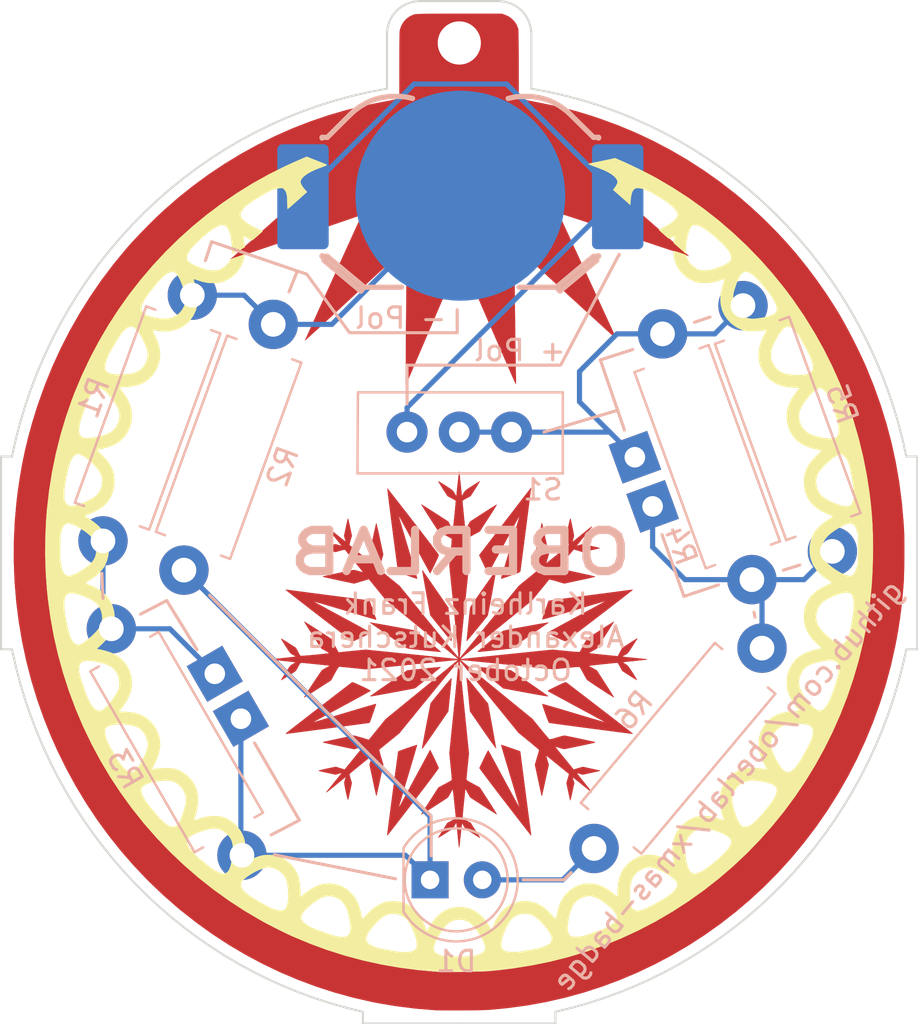
<source format=kicad_pcb>
(kicad_pcb (version 20171130) (host pcbnew 5.1.10)
  (layers (0 F.Cu signal hide) (31 B.Cu signal) (34 B.Paste user) (35 F.Paste user hide) (36 B.SilkS user) (37 F.SilkS user) (38 B.Mask user) (39 F.Mask user hide) (44 Edge.Cuts user))
  (net 0 "")
  (net 1 "Net-(D1-Pad1)")
  (net 2 "Net-(D1-Pad2)")
  (net 3 "Net-(R1-Pad2)")
  (net 4 "Net-(R1-Pad1)")
  (net 5 "Net-(R4-Pad1)")
  (net 6 "Net-(R4-Pad2)")
  (net 7 "Net-(S1-Pad1)")
  (module MountingHole:MountingHole_2.1mm (layer F.Cu) (at 48.0568 24.9936)
    (fp_text reference " " (at 0 -3.2) (layer F.SilkS))
    (fp_text value MountingHole_2.1mm)
    (pad "" np_thru_hole circle (at 0 0) (size 2.1 2.1) (drill 2.1) (layers *.Cu *.Mask))
  )
  (module LOGO (layer F.Cu) (at 0 0)
    (fp_text reference G*** hide)
    (fp_text value LOGO hide)
  )
  (module LOGO (layer F.Cu) (at 0 0)
    (fp_text reference G*** hide)
    (fp_text value LOGO hide)
  )
  (module LOGO (layer F.Cu) (at 0 0)
    (fp_text reference G*** hide)
    (fp_text value LOGO hide)
  )
  (module LOGO (layer F.Cu) (at 48.1076 47.5996)
    (fp_text reference G*** hide)
    (fp_text value LOGO hide)
    (fp_poly (pts (xy 3.437495 -1.003699) (xy 3.437251 -1.000541) (xy 3.436572 -0.996417) (xy 3.436954 -0.993243) (xy 3.437092 -0.99307) (xy 3.435212 -0.97181) (xy 3.428309 -0.912069) (xy 3.416831 -0.817339) (xy 3.401229 -0.691118) (xy 3.38195 -0.5369) (xy 3.359444 -0.358181) (xy 3.334161 -0.158456) (xy 3.306551 0.058779) (xy 3.277061 0.29003) (xy 3.246142 0.531801) (xy 3.214242 0.780596) (xy 3.181812 1.032921) (xy 3.1493 1.285279) (xy 3.117156 1.534176) (xy 3.085829 1.776115) (xy 3.055768 2.007603) (xy 3.027422 2.225143) (xy 3.001241 2.42524) (xy 2.977675 2.604398) (xy 2.957172 2.759123) (xy 2.940181 2.885919) (xy 2.927153 2.981291) (xy 2.918536 3.041743) (xy 2.918017 3.045187) (xy 2.911982 3.062847) (xy 2.896256 3.08013) (xy 2.865944 3.099267) (xy 2.816152 3.122488) (xy 2.741987 3.152025) (xy 2.638552 3.190109) (xy 2.500956 3.238971) (xy 2.465917 3.251282) (xy 2.335701 3.296606) (xy 2.218254 3.336778) (xy 2.119669 3.369771) (xy 2.046041 3.393557) (xy 2.003465 3.406109) (xy 1.996059 3.407553) (xy 1.981093 3.395249) (xy 1.988815 3.353526) (xy 1.990093 3.349625) (xy 2.006837 3.297182) (xy 2.033338 3.211378) (xy 2.068449 3.096079) (xy 2.111026 2.95515) (xy 2.159925 2.792457) (xy 2.213999 2.611866) (xy 2.272103 2.417241) (xy 2.333094 2.212449) (xy 2.395824 2.001354) (xy 2.459151 1.787823) (xy 2.521927 1.57572) (xy 2.583009 1.368912) (xy 2.64125 1.171264) (xy 2.695507 0.986641) (xy 2.744634 0.81891) (xy 2.787485 0.671934) (xy 2.822917 0.54958) (xy 2.849783 0.455714) (xy 2.866938 0.394201) (xy 2.873238 0.368906) (xy 2.873208 0.368486) (xy 2.862116 0.385304) (xy 2.832618 0.436583) (xy 2.78628 0.519456) (xy 2.724668 0.631056) (xy 2.649346 0.768519) (xy 2.561882 0.928977) (xy 2.463841 1.109566) (xy 2.356788 1.307418) (xy 2.24229 1.519668) (xy 2.121912 1.74345) (xy 2.115064 1.756199) (xy 1.994283 1.980805) (xy 1.879224 2.194247) (xy 1.771462 2.393634) (xy 1.672573 2.576075) (xy 1.584133 2.73868) (xy 1.507716 2.878558) (xy 1.4449 2.992819) (xy 1.397259 3.078571) (xy 1.366369 3.132923) (xy 1.353806 3.152986) (xy 1.353689 3.153038) (xy 1.341633 3.135044) (xy 1.314072 3.084125) (xy 1.273704 3.005576) (xy 1.223224 2.904694) (xy 1.165328 2.786774) (xy 1.128083 2.709902) (xy 0.914038 2.265972) (xy 2.163582 0.640861) (xy 2.373414 0.367944) (xy 2.404058 0.328083) (xy 2.878667 0.328083) (xy 2.88925 0.338667) (xy 2.899833 0.328083) (xy 2.88925 0.3175) (xy 2.878667 0.328083) (xy 2.404058 0.328083) (xy 2.558914 0.126654) (xy 2.721576 -0.084925) (xy 2.862893 -0.26871) (xy 2.984359 -0.426616) (xy 3.087468 -0.560561) (xy 3.173713 -0.67246) (xy 3.244588 -0.76423) (xy 3.301586 -0.837787) (xy 3.346201 -0.895048) (xy 3.379928 -0.937929) (xy 3.404258 -0.968345) (xy 3.420686 -0.988214) (xy 3.430706 -0.999452) (xy 3.435811 -1.003975) (xy 3.437495 -1.003699)) (layer F.Cu) (width 0.01))
    (fp_poly (pts (xy -3.537303 -0.96523) (xy -3.500369 -0.920347) (xy -3.441937 -0.847457) (xy -3.364158 -0.749337) (xy -3.269185 -0.628764) (xy -3.159169 -0.488513) (xy -3.036263 -0.331363) (xy -2.90262 -0.160089) (xy -2.76039 0.022531) (xy -2.611726 0.213721) (xy -2.458781 0.410704) (xy -2.303707 0.610704) (xy -2.148655 0.810943) (xy -1.995779 1.008644) (xy -1.847229 1.201032) (xy -1.705159 1.385329) (xy -1.57172 1.558758) (xy -1.449065 1.718544) (xy -1.339345 1.861908) (xy -1.244713 1.986075) (xy -1.167321 2.088267) (xy -1.109322 2.165708) (xy -1.072867 2.215621) (xy -1.062279 2.231123) (xy -1.054877 2.248642) (xy -1.05421 2.272233) (xy -1.062179 2.306879) (xy -1.080688 2.357562) (xy -1.111641 2.429262) (xy -1.15694 2.526964) (xy -1.218489 2.655648) (xy -1.246978 2.714625) (xy -1.307762 2.839516) (xy -1.36251 2.950598) (xy -1.40854 3.042544) (xy -1.443169 3.110026) (xy -1.463717 3.147719) (xy -1.468109 3.153833) (xy -1.47928 3.135668) (xy -1.508927 3.083088) (xy -1.555484 2.998967) (xy -1.617386 2.886177) (xy -1.693066 2.747593) (xy -1.780958 2.586089) (xy -1.879497 2.404536) (xy -1.987116 2.20581) (xy -2.102249 1.992783) (xy -2.22333 1.768328) (xy -2.23485 1.746953) (xy -2.356321 1.521766) (xy -2.471941 1.307883) (xy -2.580151 1.10816) (xy -2.679392 0.925455) (xy -2.768103 0.762623) (xy -2.844727 0.622521) (xy -2.907703 0.508005) (xy -2.955472 0.421931) (xy -2.986475 0.367157) (xy -2.999154 0.346538) (xy -2.999351 0.346462) (xy -2.994449 0.367252) (xy -2.978263 0.425422) (xy -2.951722 0.517816) (xy -2.915757 0.641281) (xy -2.871295 0.792662) (xy -2.819268 0.968806) (xy -2.760603 1.166557) (xy -2.696231 1.382762) (xy -2.62708 1.614267) (xy -2.554081 1.857918) (xy -2.55062 1.86945) (xy -2.477351 2.113748) (xy -2.407733 2.346147) (xy -2.342711 2.563479) (xy -2.283228 2.762575) (xy -2.230228 2.940269) (xy -2.184656 3.093392) (xy -2.147454 3.218778) (xy -2.119566 3.313258) (xy -2.101938 3.373664) (xy -2.095511 3.39683) (xy -2.0955 3.396941) (xy -2.100109 3.403923) (xy -2.116876 3.40463) (xy -2.150211 3.397755) (xy -2.204522 3.381987) (xy -2.28422 3.356019) (xy -2.393715 3.318542) (xy -2.537416 3.268246) (xy -2.581712 3.252631) (xy -2.724169 3.202115) (xy -2.831768 3.162975) (xy -2.909659 3.132742) (xy -2.962988 3.108946) (xy -2.996904 3.089118) (xy -3.016555 3.070788) (xy -3.027088 3.051487) (xy -3.031597 3.036821) (xy -3.037072 3.005589) (xy -3.047299 2.936598) (xy -3.061821 2.833385) (xy -3.08018 2.699487) (xy -3.10192 2.538439) (xy -3.126584 2.353779) (xy -3.153714 2.149043) (xy -3.182854 1.927767) (xy -3.213547 1.693487) (xy -3.245335 1.44974) (xy -3.277762 1.200062) (xy -3.310371 0.94799) (xy -3.342705 0.697059) (xy -3.374306 0.450807) (xy -3.392689 0.306917) (xy -3.026833 0.306917) (xy -3.01625 0.3175) (xy -3.005667 0.306917) (xy -3.01625 0.296333) (xy -3.026833 0.306917) (xy -3.392689 0.306917) (xy -3.404718 0.21277) (xy -3.433484 -0.013516) (xy -3.460147 -0.224515) (xy -3.484249 -0.41669) (xy -3.505334 -0.586504) (xy -3.522946 -0.730422) (xy -3.536626 -0.844907) (xy -3.545917 -0.926423) (xy -3.550364 -0.971433) (xy -3.550585 -0.979329) (xy -3.537303 -0.96523)) (layer F.Cu) (width 0.01))
    (fp_poly (pts (xy 1.728611 3.047895) (xy 1.719764 3.111311) (xy 1.704618 3.206671) (xy 1.68406 3.329167) (xy 1.658978 3.473993) (xy 1.630258 3.636343) (xy 1.59879 3.811409) (xy 1.56546 3.994386) (xy 1.531156 4.180467) (xy 1.496766 4.364844) (xy 1.463178 4.542713) (xy 1.431278 4.709266) (xy 1.401954 4.859696) (xy 1.376095 4.989197) (xy 1.354587 5.092963) (xy 1.338318 5.166188) (xy 1.328177 5.204063) (xy 1.326489 5.207777) (xy 1.297203 5.24645) (xy 1.246907 5.310138) (xy 1.179205 5.394465) (xy 1.097702 5.49506) (xy 1.006001 5.607551) (xy 0.907708 5.727564) (xy 0.806426 5.850728) (xy 0.705759 5.972668) (xy 0.609314 6.089014) (xy 0.520693 6.195391) (xy 0.4435 6.287428) (xy 0.381342 6.360752) (xy 0.337821 6.41099) (xy 0.316542 6.43377) (xy 0.315159 6.434667) (xy 0.30679 6.416432) (xy 0.30788 6.371924) (xy 0.308669 6.365875) (xy 0.313029 6.329046) (xy 0.32105 6.255462) (xy 0.33217 6.150492) (xy 0.34583 6.019504) (xy 0.36147 5.867865) (xy 0.378527 5.700943) (xy 0.393036 5.557851) (xy 0.410822 5.384911) (xy 0.427861 5.225052) (xy 0.443578 5.08323) (xy 0.457399 4.964406) (xy 0.468749 4.873537) (xy 0.477053 4.815582) (xy 0.481319 4.795851) (xy 0.509711 4.751249) (xy 0.557473 4.679662) (xy 0.621858 4.584996) (xy 0.700118 4.471152) (xy 0.789506 4.342035) (xy 0.887274 4.201549) (xy 0.990676 4.053597) (xy 1.096963 3.902083) (xy 1.203388 3.750911) (xy 1.307204 3.603985) (xy 1.405664 3.465208) (xy 1.49602 3.338484) (xy 1.575524 3.227717) (xy 1.64143 3.13681) (xy 1.69099 3.069668) (xy 1.721456 3.030194) (xy 1.73027 3.021227) (xy 1.728611 3.047895)) (layer F.Cu) (width 0.01))
    (fp_poly (pts (xy -1.830917 3.010924) (xy -1.824474 3.018825) (xy -1.809878 3.040161) (xy -1.773522 3.092928) (xy -1.71774 3.173748) (xy -1.644868 3.279244) (xy -1.557238 3.406037) (xy -1.457185 3.550751) (xy -1.347043 3.710007) (xy -1.229145 3.880429) (xy -1.19679 3.92719) (xy -0.583829 4.813039) (xy -0.50417 5.586811) (xy -0.482451 5.797901) (xy -0.464768 5.9707) (xy -0.450827 6.10903) (xy -0.440334 6.216711) (xy -0.432996 6.297565) (xy -0.428521 6.355412) (xy -0.426615 6.394075) (xy -0.426984 6.417373) (xy -0.429336 6.429128) (xy -0.433376 6.43316) (xy -0.438813 6.433292) (xy -0.439208 6.433256) (xy -0.455635 6.417032) (xy -0.495582 6.371413) (xy -0.556048 6.300003) (xy -0.634036 6.206403) (xy -0.726546 6.094218) (xy -0.830577 5.967049) (xy -0.943132 5.8285) (xy -0.959749 5.807967) (xy -1.464415 5.184088) (xy -1.661713 4.100169) (xy -1.699434 3.891736) (xy -1.734417 3.696099) (xy -1.765991 3.517168) (xy -1.793488 3.358851) (xy -1.816237 3.225059) (xy -1.833569 3.119701) (xy -1.844814 3.046685) (xy -1.849302 3.009923) (xy -1.849105 3.006279) (xy -1.830917 3.010924)) (layer F.Cu) (width 0.01))
    (fp_poly (pts (xy 8.373406 3.954904) (xy 8.372757 3.955997) (xy 8.352513 3.974671) (xy 8.301486 4.016597) (xy 8.222505 4.079612) (xy 8.118396 4.161556) (xy 7.991987 4.260267) (xy 7.846104 4.373585) (xy 7.683575 4.499346) (xy 7.507228 4.635391) (xy 7.319889 4.779557) (xy 7.124386 4.929683) (xy 6.923546 5.083609) (xy 6.720195 5.239171) (xy 6.517162 5.39421) (xy 6.317274 5.546564) (xy 6.123358 5.694071) (xy 5.93824 5.83457) (xy 5.764749 5.9659) (xy 5.605711 6.085898) (xy 5.463954 6.192405) (xy 5.342304 6.283258) (xy 5.24359 6.356296) (xy 5.170638 6.409358) (xy 5.126276 6.440281) (xy 5.113542 6.447639) (xy 5.082181 6.440319) (xy 5.019179 6.416605) (xy 4.9307 6.379144) (xy 4.822911 6.330587) (xy 4.701976 6.273583) (xy 4.651375 6.249045) (xy 4.529783 6.189102) (xy 4.422143 6.135072) (xy 4.333898 6.089768) (xy 4.27049 6.056001) (xy 4.23736 6.036582) (xy 4.233777 6.033302) (xy 4.252024 6.021702) (xy 4.304709 5.991656) (xy 4.388965 5.944731) (xy 4.501923 5.882492) (xy 4.640717 5.806506) (xy 4.802479 5.718336) (xy 4.984342 5.61955) (xy 5.183438 5.511713) (xy 5.396901 5.39639) (xy 5.621862 5.275147) (xy 5.650159 5.259917) (xy 5.876156 5.138205) (xy 6.0909 5.022382) (xy 6.291538 4.913995) (xy 6.475217 4.814594) (xy 6.639084 4.725728) (xy 6.780286 4.648948) (xy 6.895971 4.585801) (xy 6.983285 4.537838) (xy 7.039377 4.506608) (xy 7.061391 4.49366) (xy 7.061603 4.493401) (xy 7.041123 4.498611) (xy 6.983231 4.515093) (xy 6.891055 4.541922) (xy 6.76772 4.578171) (xy 6.616354 4.622914) (xy 6.440082 4.675225) (xy 6.242032 4.734177) (xy 6.025328 4.798844) (xy 5.793098 4.8683) (xy 5.548469 4.941618) (xy 5.518221 4.950694) (xy 5.197994 5.046445) (xy 4.913802 5.130693) (xy 4.666192 5.203284) (xy 4.455714 5.264064) (xy 4.282915 5.312876) (xy 4.148344 5.349566) (xy 4.052551 5.373978) (xy 3.996082 5.385958) (xy 3.979333 5.385909) (xy 3.986081 5.358396) (xy 4.004661 5.29857) (xy 4.032583 5.213575) (xy 4.067353 5.110556) (xy 4.106479 4.99666) (xy 4.14747 4.87903) (xy 4.187832 4.764812) (xy 4.225074 4.661151) (xy 4.256703 4.575193) (xy 4.280227 4.514083) (xy 4.293153 4.484965) (xy 4.293978 4.483845) (xy 4.316453 4.47916) (xy 4.331788 4.47675) (xy 7.090833 4.47675) (xy 7.101417 4.487333) (xy 7.112 4.47675) (xy 7.101417 4.466167) (xy 7.090833 4.47675) (xy 4.331788 4.47675) (xy 4.377997 4.469488) (xy 4.475687 4.455225) (xy 4.606603 4.436769) (xy 4.767823 4.414517) (xy 4.956427 4.388864) (xy 5.169492 4.360208) (xy 5.404098 4.328945) (xy 5.657323 4.295471) (xy 5.926245 4.260185) (xy 6.207945 4.223481) (xy 6.2865 4.213291) (xy 6.572399 4.176195) (xy 6.847189 4.140453) (xy 7.107857 4.106463) (xy 7.351387 4.074621) (xy 7.574765 4.045325) (xy 7.774977 4.018971) (xy 7.949008 3.995957) (xy 8.093844 3.976679) (xy 8.206471 3.961534) (xy 8.283874 3.95092) (xy 8.323039 3.945233) (xy 8.32644 3.94464) (xy 8.36842 3.94103) (xy 8.373406 3.954904)) (layer F.Cu) (width 0.01))
    (fp_poly (pts (xy -8.432133 3.944886) (xy -8.403931 3.949116) (xy -8.337607 3.958259) (xy -8.236717 3.971852) (xy -8.104818 3.989432) (xy -7.945465 4.010537) (xy -7.762213 4.034704) (xy -7.558619 4.061469) (xy -7.338238 4.09037) (xy -7.104626 4.120944) (xy -6.861338 4.152728) (xy -6.611931 4.185259) (xy -6.359959 4.218075) (xy -6.108979 4.250711) (xy -5.862547 4.282707) (xy -5.624217 4.313597) (xy -5.397547 4.342921) (xy -5.186091 4.370214) (xy -4.993405 4.395014) (xy -4.823045 4.416858) (xy -4.678567 4.435283) (xy -4.563526 4.449827) (xy -4.481478 4.460026) (xy -4.435979 4.465417) (xy -4.42792 4.466167) (xy -4.415508 4.485246) (xy -4.391801 4.538616) (xy -4.359089 4.620471) (xy -4.319663 4.725008) (xy -4.275813 4.846421) (xy -4.25881 4.894792) (xy -4.213676 5.023939) (xy -4.172522 5.141332) (xy -4.137647 5.240444) (xy -4.111351 5.314744) (xy -4.09593 5.357706) (xy -4.093651 5.363815) (xy -4.087902 5.391058) (xy -4.107401 5.39705) (xy -4.139823 5.391797) (xy -4.169922 5.383783) (xy -4.237179 5.364583) (xy -4.338211 5.335199) (xy -4.469632 5.296631) (xy -4.62806 5.249879) (xy -4.81011 5.195943) (xy -5.012399 5.135824) (xy -5.231543 5.070523) (xy -5.464158 5.001038) (xy -5.659072 4.942693) (xy -5.898378 4.871149) (xy -6.125686 4.803494) (xy -6.337771 4.74067) (xy -6.531406 4.683619) (xy -6.703366 4.63328) (xy -6.850426 4.590596) (xy -6.969361 4.556507) (xy -7.056944 4.531955) (xy -7.109952 4.51788) (xy -7.125408 4.514853) (xy -7.108689 4.526048) (xy -7.057532 4.555674) (xy -6.97481 4.602154) (xy -6.863395 4.663915) (xy -6.726158 4.739382) (xy -6.565971 4.826982) (xy -6.385707 4.925138) (xy -6.188236 5.032278) (xy -5.97643 5.146826) (xy -5.753163 5.267209) (xy -5.747295 5.270368) (xy -5.52349 5.391049) (xy -5.310872 5.506081) (xy -5.112341 5.613871) (xy -4.930791 5.712828) (xy -4.76912 5.801363) (xy -4.630225 5.877884) (xy -4.517003 5.940799) (xy -4.43235 5.988519) (xy -4.379163 6.019453) (xy -4.36034 6.032009) (xy -4.360333 6.032057) (xy -4.378453 6.045364) (xy -4.428425 6.073232) (xy -4.503669 6.112475) (xy -4.597605 6.159905) (xy -4.703652 6.212333) (xy -4.815231 6.266572) (xy -4.925761 6.319434) (xy -5.028663 6.367732) (xy -5.117354 6.408278) (xy -5.185257 6.437883) (xy -5.225789 6.453361) (xy -5.23314 6.45488) (xy -5.253386 6.442095) (xy -5.30479 6.405198) (xy -5.385014 6.345961) (xy -5.491718 6.266159) (xy -5.622563 6.167563) (xy -5.77521 6.051947) (xy -5.94732 5.921084) (xy -6.136554 5.776747) (xy -6.340573 5.620709) (xy -6.557038 5.454743) (xy -6.78361 5.280622) (xy -6.868583 5.215218) (xy -7.098048 5.038361) (xy -7.317895 4.8686) (xy -7.525813 4.707736) (xy -7.719491 4.557572) (xy -7.796247 4.497917) (xy -7.1755 4.497917) (xy -7.164917 4.5085) (xy -7.154333 4.497917) (xy -7.164917 4.487333) (xy -7.1755 4.497917) (xy -7.796247 4.497917) (xy -7.896618 4.41991) (xy -8.054883 4.296552) (xy -8.191975 4.189301) (xy -8.305582 4.09996) (xy -8.393394 4.030331) (xy -8.4531 3.982216) (xy -8.482388 3.957417) (xy -8.48505 3.954521) (xy -8.473834 3.94159) (xy -8.432133 3.944886)) (layer F.Cu) (width 0.01))
    (fp_poly (pts (xy 4.273903 5.536911) (xy 4.277343 5.538309) (xy 4.281007 5.538956) (xy 4.282195 5.540769) (xy 4.278209 5.545664) (xy 4.26635 5.555558) (xy 4.243921 5.572367) (xy 4.208221 5.598008) (xy 4.156553 5.634397) (xy 4.086217 5.683451) (xy 3.994516 5.747086) (xy 3.87875 5.827217) (xy 3.736222 5.925763) (xy 3.564231 6.044639) (xy 3.3655 6.182015) (xy 2.465917 6.803962) (xy 1.703917 6.883151) (xy 1.526264 6.901456) (xy 1.359822 6.918309) (xy 1.209802 6.933202) (xy 1.081417 6.945632) (xy 0.979878 6.955093) (xy 0.910398 6.96108) (xy 0.879172 6.963086) (xy 0.83834 6.96099) (xy 0.8338 6.94985) (xy 0.847422 6.935449) (xy 0.870021 6.916444) (xy 0.92148 6.874112) (xy 0.997742 6.81175) (xy 1.094753 6.732652) (xy 1.208458 6.640116) (xy 1.334801 6.537436) (xy 1.469727 6.427909) (xy 1.609182 6.31483) (xy 1.749109 6.201496) (xy 1.885455 6.091202) (xy 2.004363 5.995153) (xy 2.02466 5.979181) (xy 2.045357 5.965096) (xy 2.070058 5.95207) (xy 2.102368 5.939278) (xy 2.14589 5.925893) (xy 2.204229 5.911089) (xy 2.28099 5.89404) (xy 2.379776 5.873919) (xy 2.504192 5.849899) (xy 2.657843 5.821156) (xy 2.844332 5.786861) (xy 3.067264 5.74619) (xy 3.179113 5.725827) (xy 3.387707 5.688051) (xy 3.583472 5.652971) (xy 3.762505 5.621261) (xy 3.920907 5.593593) (xy 4.054778 5.570641) (xy 4.160216 5.553077) (xy 4.233322 5.541576) (xy 4.270194 5.536809) (xy 4.273903 5.536911)) (layer F.Cu) (width 0.01))
    (fp_poly (pts (xy -4.376017 5.535845) (xy -4.316697 5.545141) (xy -4.223497 5.560734) (xy -4.100296 5.581948) (xy -3.950972 5.608106) (xy -3.779404 5.638532) (xy -3.589469 5.67255) (xy -3.385046 5.709482) (xy -3.29662 5.725551) (xy -2.202752 5.92467) (xy -1.625251 6.393926) (xy -1.488317 6.505409) (xy -1.359977 6.610307) (xy -1.244413 6.70517) (xy -1.145805 6.78655) (xy -1.068334 6.850999) (xy -1.016181 6.895068) (xy -0.995315 6.913507) (xy -0.942879 6.963833) (xy -1.027065 6.961228) (xy -1.067694 6.958434) (xy -1.14489 6.951679) (xy -1.253124 6.941501) (xy -1.386868 6.928438) (xy -1.540595 6.913029) (xy -1.708777 6.89581) (xy -1.845464 6.881572) (xy -2.040637 6.861027) (xy -2.19834 6.844083) (xy -2.323208 6.829948) (xy -2.419874 6.817831) (xy -2.492975 6.806939) (xy -2.547144 6.796481) (xy -2.587015 6.785664) (xy -2.617225 6.773697) (xy -2.642406 6.759787) (xy -2.667194 6.743142) (xy -2.670964 6.740502) (xy -2.706835 6.715513) (xy -2.773614 6.669161) (xy -2.867383 6.60416) (xy -2.984227 6.52322) (xy -3.12023 6.429054) (xy -3.271478 6.324373) (xy -3.434054 6.211888) (xy -3.583459 6.108548) (xy -3.748645 5.994062) (xy -3.902433 5.887) (xy -4.041462 5.789736) (xy -4.16237 5.704644) (xy -4.261795 5.6341) (xy -4.336374 5.580478) (xy -4.382745 5.546153) (xy -4.397578 5.533523) (xy -4.376017 5.535845)) (layer F.Cu) (width 0.01))
    (fp_poly (pts (xy 0.904823 7.702273) (xy 0.974149 7.707175) (xy 1.070335 7.715507) (xy 1.196823 7.727526) (xy 1.357055 7.743491) (xy 1.554473 7.763661) (xy 1.650067 7.773528) (xy 2.464052 7.857715) (xy 3.353984 8.472428) (xy 3.527208 8.592157) (xy 3.690078 8.704874) (xy 3.83923 8.808243) (xy 3.9713 8.899924) (xy 4.082927 8.977581) (xy 4.170746 9.038876) (xy 4.231395 9.081472) (xy 4.261511 9.10303) (xy 4.264025 9.104988) (xy 4.26952 9.11321) (xy 4.261986 9.117947) (xy 4.238586 9.118759) (xy 4.19648 9.115206) (xy 4.132831 9.106848) (xy 4.044798 9.093245) (xy 3.929545 9.073956) (xy 3.784232 9.048542) (xy 3.606021 9.016563) (xy 3.392074 8.977577) (xy 3.139551 8.931147) (xy 3.122801 8.928057) (xy 2.086353 8.736865) (xy 1.461218 8.227897) (xy 1.321172 8.113877) (xy 1.191608 8.008393) (xy 1.076154 7.914399) (xy 0.978438 7.834849) (xy 0.902088 7.772696) (xy 0.850733 7.730894) (xy 0.828001 7.712396) (xy 0.827264 7.711798) (xy 0.823576 7.705564) (xy 0.832978 7.701726) (xy 0.858913 7.700543) (xy 0.904823 7.702273)) (layer F.Cu) (width 0.01))
    (fp_poly (pts (xy -0.955363 7.704113) (xy -0.9525 7.705407) (xy -0.96821 7.720369) (xy -1.012446 7.758446) (xy -1.080867 7.816073) (xy -1.169132 7.889684) (xy -1.272899 7.975714) (xy -1.387828 8.070596) (xy -1.509576 8.170766) (xy -1.633804 8.272658) (xy -1.756169 8.372706) (xy -1.872331 8.467345) (xy -1.977949 8.55301) (xy -2.06868 8.626134) (xy -2.140185 8.683152) (xy -2.188122 8.7205) (xy -2.191744 8.723234) (xy -2.215693 8.729749) (xy -2.276516 8.742824) (xy -2.369414 8.761571) (xy -2.489587 8.785103) (xy -2.632237 8.812534) (xy -2.792564 8.842974) (xy -2.965769 8.875537) (xy -3.147052 8.909337) (xy -3.331616 8.943484) (xy -3.51466 8.977093) (xy -3.691385 9.009275) (xy -3.856993 9.039143) (xy -4.006683 9.06581) (xy -4.135657 9.088389) (xy -4.239116 9.105992) (xy -4.31226 9.117731) (xy -4.350291 9.12272) (xy -4.352929 9.122833) (xy -4.376041 9.115348) (xy -4.369858 9.102991) (xy -4.348986 9.087393) (xy -4.296649 9.050097) (xy -4.216219 8.993458) (xy -4.111069 8.919832) (xy -3.984571 8.831573) (xy -3.840095 8.731037) (xy -3.681014 8.62058) (xy -3.5107 8.502556) (xy -3.464991 8.470919) (xy -2.580232 7.85869) (xy -2.216158 7.821371) (xy -2.07406 7.806791) (xy -1.90471 7.789393) (xy -1.722966 7.770704) (xy -1.543687 7.752251) (xy -1.402292 7.737684) (xy -1.269836 7.724656) (xy -1.152822 7.714348) (xy -1.057344 7.707197) (xy -0.989494 7.703639) (xy -0.955363 7.704113)) (layer F.Cu) (width 0.01))
    (fp_poly (pts (xy 5.15044 8.444922) (xy 5.174271 8.462196) (xy 5.228726 8.503102) (xy 5.310924 8.565425) (xy 5.417986 8.646952) (xy 5.547033 8.74547) (xy 5.695183 8.858765) (xy 5.859558 8.984623) (xy 6.037277 9.120833) (xy 6.225462 9.265179) (xy 6.421231 9.415449) (xy 6.621706 9.569429) (xy 6.824007 9.724905) (xy 7.025253 9.879665) (xy 7.222566 10.031494) (xy 7.413064 10.17818) (xy 7.59387 10.317509) (xy 7.762102 10.447268) (xy 7.91488 10.565242) (xy 8.049327 10.669219) (xy 8.16256 10.756986) (xy 8.251701 10.826328) (xy 8.31387 10.875032) (xy 8.346187 10.900886) (xy 8.349662 10.903884) (xy 8.377512 10.932264) (xy 8.371656 10.941323) (xy 8.339079 10.940979) (xy 8.310903 10.937954) (xy 8.24376 10.92978) (xy 8.140653 10.916844) (xy 8.004585 10.899535) (xy 7.838558 10.878239) (xy 7.645574 10.853344) (xy 7.428637 10.825238) (xy 7.19075 10.794308) (xy 6.934914 10.760943) (xy 6.664133 10.725528) (xy 6.38141 10.688453) (xy 6.316134 10.679879) (xy 6.031645 10.642418) (xy 5.758803 10.606328) (xy 5.500571 10.57201) (xy 5.259912 10.539866) (xy 5.039787 10.510297) (xy 4.84316 10.483703) (xy 4.672993 10.460486) (xy 4.532248 10.441046) (xy 4.423887 10.425785) (xy 4.350873 10.415104) (xy 4.316169 10.409404) (xy 4.313877 10.408825) (xy 4.310274 10.403417) (xy 7.069667 10.403417) (xy 7.08025 10.414) (xy 7.090833 10.403417) (xy 7.08025 10.392833) (xy 7.069667 10.403417) (xy 4.310274 10.403417) (xy 4.299172 10.386759) (xy 4.273987 10.331802) (xy 4.240798 10.250865) (xy 4.202081 10.150862) (xy 4.160312 10.038703) (xy 4.117965 9.921302) (xy 4.077516 9.805571) (xy 4.041442 9.698422) (xy 4.012217 9.606768) (xy 3.992318 9.53752) (xy 3.98422 9.497591) (xy 3.98515 9.490961) (xy 4.006775 9.495039) (xy 4.065761 9.510445) (xy 4.158941 9.53626) (xy 4.283154 9.571565) (xy 4.435234 9.615443) (xy 4.612017 9.666975) (xy 4.81034 9.725243) (xy 5.027038 9.78933) (xy 5.258947 9.858316) (xy 5.502905 9.931283) (xy 5.51635 9.935316) (xy 5.760735 10.008525) (xy 5.993115 10.07794) (xy 6.21034 10.14263) (xy 6.40926 10.201668) (xy 6.586725 10.254125) (xy 6.739584 10.299072) (xy 6.864687 10.335579) (xy 6.958883 10.362719) (xy 7.019023 10.379563) (xy 7.041957 10.385181) (xy 7.042077 10.385145) (xy 7.024912 10.374395) (xy 6.973344 10.3452) (xy 6.890268 10.299141) (xy 6.77858 10.237794) (xy 6.641175 10.162739) (xy 6.48095 10.075555) (xy 6.300799 9.977818) (xy 6.103619 9.871109) (xy 5.892305 9.757006) (xy 5.677772 9.641403) (xy 5.45413 9.520939) (xy 5.240732 9.405852) (xy 5.040607 9.297784) (xy 4.856785 9.198378) (xy 4.692294 9.109276) (xy 4.550164 9.032121) (xy 4.433425 8.968554) (xy 4.345106 8.92022) (xy 4.288237 8.888759) (xy 4.266243 8.876094) (xy 4.256145 8.865803) (xy 4.258202 8.853221) (xy 4.276429 8.835929) (xy 4.314844 8.811508) (xy 4.377461 8.777539) (xy 4.468297 8.731602) (xy 4.591368 8.671278) (xy 4.667779 8.634224) (xy 4.812188 8.564823) (xy 4.923569 8.51267) (xy 5.006672 8.475903) (xy 5.066243 8.452658) (xy 5.107031 8.441074) (xy 5.133784 8.43929) (xy 5.15044 8.444922)) (layer F.Cu) (width 0.01))
    (fp_poly (pts (xy -5.23615 8.439983) (xy -5.179788 8.459198) (xy -5.099415 8.491312) (xy -5.00154 8.533276) (xy -4.892673 8.582043) (xy -4.779325 8.634563) (xy -4.668005 8.687789) (xy -4.565224 8.738671) (xy -4.477491 8.784162) (xy -4.411317 8.821214) (xy -4.373212 8.846777) (xy -4.36663 8.855972) (xy -4.385859 8.868879) (xy -4.439496 8.900192) (xy -4.524641 8.948314) (xy -4.638389 9.01165) (xy -4.777841 9.088605) (xy -4.940094 9.177582) (xy -5.122246 9.276987) (xy -5.321394 9.385222) (xy -5.534639 9.500693) (xy -5.759076 9.621804) (xy -5.772026 9.628779) (xy -5.996603 9.749843) (xy -6.209897 9.865035) (xy -6.40904 9.972791) (xy -6.591162 10.07155) (xy -6.753398 10.15975) (xy -6.892877 10.23583) (xy -7.006733 10.298228) (xy -7.092096 10.345382) (xy -7.1461 10.375729) (xy -7.165876 10.387709) (xy -7.165906 10.387818) (xy -7.145328 10.382794) (xy -7.087345 10.366518) (xy -6.995097 10.339914) (xy -6.871723 10.303908) (xy -6.720362 10.259425) (xy -6.544154 10.207391) (xy -6.346237 10.148729) (xy -6.129753 10.084366) (xy -5.897838 10.015227) (xy -5.653634 9.942237) (xy -5.632248 9.935836) (xy -5.38703 9.862593) (xy -5.153733 9.793218) (xy -4.935508 9.728627) (xy -4.735504 9.66974) (xy -4.556871 9.617475) (xy -4.40276 9.572748) (xy -4.276321 9.536478) (xy -4.180704 9.509584) (xy -4.119059 9.492982) (xy -4.094537 9.487591) (xy -4.094267 9.487677) (xy -4.098735 9.508727) (xy -4.115089 9.56277) (xy -4.140965 9.642936) (xy -4.173997 9.742355) (xy -4.21182 9.854158) (xy -4.252069 9.971475) (xy -4.292378 10.087436) (xy -4.330383 10.195172) (xy -4.363717 10.287814) (xy -4.390017 10.358491) (xy -4.406916 10.400334) (xy -4.411326 10.408547) (xy -4.43257 10.41204) (xy -4.492301 10.420537) (xy -4.587024 10.433578) (xy -4.713245 10.450703) (xy -4.867472 10.471453) (xy -5.04621 10.495368) (xy -5.245966 10.521989) (xy -5.463247 10.550854) (xy -5.694559 10.581506) (xy -5.936408 10.613483) (xy -6.185301 10.646327) (xy -6.437745 10.679577) (xy -6.690246 10.712773) (xy -6.93931 10.745457) (xy -7.181444 10.777167) (xy -7.413154 10.807445) (xy -7.630947 10.835831) (xy -7.83133 10.861864) (xy -8.010808 10.885086) (xy -8.165888 10.905035) (xy -8.293077 10.921254) (xy -8.388882 10.933281) (xy -8.449807 10.940657) (xy -8.471958 10.94294) (xy -8.486603 10.92805) (xy -8.48656 10.927292) (xy -8.470119 10.913189) (xy -8.42291 10.875447) (xy -8.347728 10.816224) (xy -8.247369 10.73768) (xy -8.124628 10.641973) (xy -7.982302 10.531263) (xy -7.823185 10.407709) (xy -7.817651 10.403417) (xy -7.217833 10.403417) (xy -7.20725 10.414) (xy -7.196667 10.403417) (xy -7.20725 10.392833) (xy -7.217833 10.403417) (xy -7.817651 10.403417) (xy -7.650073 10.27347) (xy -7.465761 10.130705) (xy -7.273045 9.981574) (xy -7.074722 9.828236) (xy -6.873585 9.67285) (xy -6.67243 9.517575) (xy -6.474054 9.364571) (xy -6.281252 9.215995) (xy -6.096818 9.074009) (xy -5.92355 8.940771) (xy -5.764241 8.818439) (xy -5.621689 8.709174) (xy -5.498687 8.615134) (xy -5.398032 8.538479) (xy -5.32252 8.481368) (xy -5.274945 8.44596) (xy -5.261989 8.436715) (xy -5.23615 8.439983)) (layer F.Cu) (width 0.01))
    (fp_poly (pts (xy 0.314962 8.221681) (xy 0.332731 8.240558) (xy 0.374109 8.288622) (xy 0.436032 8.362189) (xy 0.515433 8.457574) (xy 0.609247 8.571094) (xy 0.714409 8.699063) (xy 0.827854 8.837798) (xy 0.841916 8.855041) (xy 1.347541 9.475219) (xy 1.543685 10.546909) (xy 1.581477 10.754666) (xy 1.61657 10.950058) (xy 1.648279 11.129088) (xy 1.675916 11.287757) (xy 1.698793 11.422065) (xy 1.716225 11.528015) (xy 1.727524 11.601608) (xy 1.732004 11.638845) (xy 1.731889 11.642416) (xy 1.718731 11.630162) (xy 1.683877 11.586128) (xy 1.629579 11.513444) (xy 1.558089 11.415239) (xy 1.471658 11.294642) (xy 1.372539 11.154782) (xy 1.262983 10.998789) (xy 1.145241 10.829792) (xy 1.096381 10.759286) (xy 0.468812 9.852337) (xy 0.393014 9.101294) (xy 0.375035 8.92442) (xy 0.357915 8.758384) (xy 0.342221 8.608518) (xy 0.328522 8.480157) (xy 0.317387 8.378638) (xy 0.309383 8.309294) (xy 0.305425 8.279375) (xy 0.302105 8.232013) (xy 0.313085 8.220681) (xy 0.314962 8.221681)) (layer F.Cu) (width 0.01))
    (fp_poly (pts (xy -0.428382 8.248549) (xy -0.429248 8.277718) (xy -0.434134 8.344059) (xy -0.442588 8.442647) (xy -0.454155 8.568556) (xy -0.468384 8.716861) (xy -0.484822 8.882639) (xy -0.503014 9.060964) (xy -0.50394 9.069917) (xy -0.585033 9.853083) (xy -1.207975 10.75692) (xy -1.354549 10.969268) (xy -1.478936 11.148712) (xy -1.582694 11.297395) (xy -1.667381 11.417461) (xy -1.734553 11.511054) (xy -1.785768 11.580317) (xy -1.822583 11.627395) (xy -1.846556 11.65443) (xy -1.859243 11.663566) (xy -1.862256 11.657542) (xy -1.856676 11.615655) (xy -1.844105 11.538995) (xy -1.825455 11.432313) (xy -1.80164 11.300362) (xy -1.773574 11.147895) (xy -1.742171 10.979664) (xy -1.708344 10.800422) (xy -1.673006 10.614922) (xy -1.637071 10.427916) (xy -1.601453 10.244157) (xy -1.567065 10.068397) (xy -1.534821 9.90539) (xy -1.505634 9.759887) (xy -1.480417 9.636641) (xy -1.460086 9.540405) (xy -1.445552 9.475932) (xy -1.437729 9.447975) (xy -1.437436 9.447478) (xy -1.417515 9.421914) (xy -1.374052 9.367529) (xy -1.310264 9.288302) (xy -1.229368 9.188216) (xy -1.13458 9.07125) (xy -1.02912 8.941386) (xy -0.92075 8.808187) (xy -0.778653 8.634881) (xy -0.660104 8.492852) (xy -0.565506 8.382558) (xy -0.495263 8.304457) (xy -0.449778 8.259008) (xy -0.429454 8.246669) (xy -0.428382 8.248549)) (layer F.Cu) (width 0.01))
    (fp_poly (pts (xy 2.001232 11.479886) (xy 2.056536 11.496757) (xy 2.140414 11.52409) (xy 2.247212 11.560021) (xy 2.371275 11.602686) (xy 2.449974 11.630156) (xy 2.912766 11.792548) (xy 3.172665 13.796732) (xy 3.209951 14.083831) (xy 3.245848 14.359394) (xy 3.279964 14.620471) (xy 3.311911 14.864116) (xy 3.341297 15.087381) (xy 3.367733 15.287318) (xy 3.390829 15.46098) (xy 3.410195 15.605419) (xy 3.42544 15.717687) (xy 3.436175 15.794836) (xy 3.442009 15.83392) (xy 3.442792 15.837958) (xy 3.443478 15.868776) (xy 3.435514 15.875) (xy 3.420402 15.858585) (xy 3.381314 15.810864) (xy 3.320034 15.734125) (xy 3.238346 15.630655) (xy 3.138035 15.502742) (xy 3.020885 15.352674) (xy 2.88868 15.182738) (xy 2.743204 14.995221) (xy 2.586242 14.792411) (xy 2.419579 14.576595) (xy 2.400689 14.552083) (xy 2.878667 14.552083) (xy 2.88925 14.562667) (xy 2.899833 14.552083) (xy 2.88925 14.5415) (xy 2.878667 14.552083) (xy 2.400689 14.552083) (xy 2.244998 14.350062) (xy 2.169379 14.251801) (xy 1.992202 14.021163) (xy 1.822652 13.799846) (xy 1.662481 13.590173) (xy 1.513441 13.394463) (xy 1.377282 13.215037) (xy 1.255758 13.054214) (xy 1.150619 12.914317) (xy 1.063617 12.797665) (xy 0.996504 12.706578) (xy 0.951032 12.643378) (xy 0.928952 12.610384) (xy 0.927075 12.606093) (xy 0.937712 12.5812) (xy 0.964004 12.523934) (xy 1.003246 12.440064) (xy 1.05273 12.33536) (xy 1.109748 12.215591) (xy 1.138742 12.15498) (xy 1.208125 12.011615) (xy 1.262232 11.903495) (xy 1.303019 11.827201) (xy 1.332445 11.779313) (xy 1.352469 11.756411) (xy 1.365048 11.755074) (xy 1.366681 11.756872) (xy 1.380188 11.780078) (xy 1.412116 11.837569) (xy 1.460838 11.926349) (xy 1.524724 12.043417) (xy 1.602147 12.185776) (xy 1.691476 12.350428) (xy 1.791085 12.534374) (xy 1.899344 12.734616) (xy 2.014624 12.948156) (xy 2.127474 13.157473) (xy 2.247191 13.379273) (xy 2.361036 13.58942) (xy 2.467435 13.785054) (xy 2.564812 13.963317) (xy 2.651592 14.12135) (xy 2.726201 14.256292) (xy 2.787064 14.365286) (xy 2.832606 14.445472) (xy 2.861251 14.49399) (xy 2.871408 14.508081) (xy 2.866384 14.485136) (xy 2.850042 14.424874) (xy 2.823322 14.3305) (xy 2.787162 14.205219) (xy 2.742503 14.052234) (xy 2.690283 13.874749) (xy 2.631442 13.675968) (xy 2.566919 13.459096) (xy 2.497653 13.227336) (xy 2.425142 12.98575) (xy 2.352174 12.742738) (xy 2.283041 12.511708) (xy 2.218677 12.295831) (xy 2.160018 12.098278) (xy 2.107997 11.92222) (xy 2.063547 11.770828) (xy 2.027605 11.647273) (xy 2.001103 11.554726) (xy 1.984975 11.496358) (xy 1.980157 11.475341) (xy 1.980158 11.47534) (xy 2.001232 11.479886)) (layer F.Cu) (width 0.01))
    (fp_poly (pts (xy -2.105741 11.501901) (xy -2.121531 11.560485) (xy -2.147702 11.653283) (xy -2.183331 11.777137) (xy -2.227495 11.928889) (xy -2.27927 12.105382) (xy -2.337735 12.303458) (xy -2.401964 12.51996) (xy -2.471037 12.751729) (xy -2.544028 12.995609) (xy -2.54815 13.00935) (xy -2.621353 13.253751) (xy -2.690743 13.486164) (xy -2.755394 13.703436) (xy -2.814378 13.902415) (xy -2.866768 14.07995) (xy -2.911636 14.232888) (xy -2.948054 14.358077) (xy -2.975096 14.452366) (xy -2.991833 14.512602) (xy -2.997339 14.535634) (xy -2.997296 14.53576) (xy -2.986427 14.518719) (xy -2.957126 14.467296) (xy -2.910988 14.384404) (xy -2.849604 14.27296) (xy -2.774566 14.135877) (xy -2.687467 13.976073) (xy -2.5899 13.796461) (xy -2.483456 13.599957) (xy -2.369729 13.389477) (xy -2.263603 13.192621) (xy -2.143711 12.970084) (xy -2.029001 12.757336) (xy -1.921157 12.557489) (xy -1.821861 12.373652) (xy -1.732796 12.208938) (xy -1.655646 12.066455) (xy -1.592092 11.949314) (xy -1.543819 11.860627) (xy -1.512508 11.803503) (xy -1.500558 11.782207) (xy -1.464472 11.721665) (xy -1.259527 12.142041) (xy -1.199447 12.266866) (xy -1.146053 12.380844) (xy -1.1021 12.477838) (xy -1.070347 12.551713) (xy -1.05355 12.596333) (xy -1.051625 12.60475) (xy -1.063999 12.628862) (xy -1.101578 12.685056) (xy -1.163442 12.772104) (xy -1.248673 12.888776) (xy -1.356352 13.033844) (xy -1.48556 13.206078) (xy -1.635378 13.404249) (xy -1.804886 13.627128) (xy -1.993167 13.873486) (xy -2.199301 14.142094) (xy -2.262306 14.224) (xy -2.437865 14.452002) (xy -2.606646 14.670994) (xy -2.766792 14.878575) (xy -2.916443 15.072345) (xy -3.053738 15.249903) (xy -3.17682 15.40885) (xy -3.283829 15.546783) (xy -3.372905 15.661303) (xy -3.44219 15.750009) (xy -3.489824 15.810501) (xy -3.513947 15.840377) (xy -3.515971 15.842662) (xy -3.545076 15.867858) (xy -3.555283 15.860099) (xy -3.555548 15.853245) (xy -3.5527 15.822981) (xy -3.54476 15.754979) (xy -3.532192 15.652742) (xy -3.515458 15.51977) (xy -3.495021 15.359563) (xy -3.471345 15.175623) (xy -3.444891 14.971449) (xy -3.416124 14.750542) (xy -3.392939 14.57325) (xy -3.026833 14.57325) (xy -3.01625 14.583833) (xy -3.005667 14.57325) (xy -3.01625 14.562667) (xy -3.026833 14.57325) (xy -3.392939 14.57325) (xy -3.385505 14.516404) (xy -3.353499 14.272534) (xy -3.320567 14.022434) (xy -3.287172 13.769604) (xy -3.253779 13.517545) (xy -3.220849 13.269756) (xy -3.188845 13.02974) (xy -3.158231 12.800997) (xy -3.129468 12.587027) (xy -3.103021 12.391331) (xy -3.079353 12.21741) (xy -3.058925 12.068764) (xy -3.042201 11.948894) (xy -3.029643 11.8613) (xy -3.021716 11.809484) (xy -3.019055 11.796166) (xy -2.995234 11.784813) (xy -2.938929 11.762898) (xy -2.85703 11.732788) (xy -2.756427 11.696852) (xy -2.644011 11.657458) (xy -2.526673 11.616975) (xy -2.411303 11.577772) (xy -2.304792 11.542217) (xy -2.21403 11.512678) (xy -2.145908 11.491524) (xy -2.107317 11.481124) (xy -2.101256 11.480689) (xy -2.105741 11.501901)) (layer F.Cu) (width 0.01))
    (fp_poly (pts (xy -0.045623 -1.785393) (xy -0.041107 -1.75507) (xy -0.038622 -1.720703) (xy -0.032262 -1.650455) (xy -0.022634 -1.550541) (xy -0.010349 -1.427176) (xy 0.003986 -1.286573) (xy 0.017805 -1.153583) (xy 0.075491 -0.60325) (xy 0.152631 -0.739459) (xy 0.180413 -0.786931) (xy 0.20732 -0.826198) (xy 0.239044 -0.862063) (xy 0.281275 -0.899333) (xy 0.339705 -0.942811) (xy 0.420025 -0.997303) (xy 0.527925 -1.067613) (xy 0.584547 -1.104117) (xy 0.693049 -1.173269) (xy 0.789063 -1.233099) (xy 0.867101 -1.280299) (xy 0.92168 -1.311565) (xy 0.947314 -1.323591) (xy 0.948444 -1.323445) (xy 0.940354 -1.303714) (xy 0.912486 -1.253957) (xy 0.868123 -1.179652) (xy 0.810546 -1.086275) (xy 0.743039 -0.9793) (xy 0.72861 -0.956717) (xy 0.499655 -0.59911) (xy 0.302982 -0.495347) (xy 0.211109 -0.445121) (xy 0.151801 -0.407607) (xy 0.119009 -0.378171) (xy 0.106683 -0.352178) (xy 0.106071 -0.344516) (xy 0.108063 -0.315408) (xy 0.113714 -0.250514) (xy 0.122405 -0.156163) (xy 0.133513 -0.038684) (xy 0.146419 0.095592) (xy 0.1605 0.240337) (xy 0.175135 0.389221) (xy 0.189705 0.535914) (xy 0.203586 0.674086) (xy 0.216158 0.797408) (xy 0.2268 0.89955) (xy 0.234892 0.974183) (xy 0.238547 1.005417) (xy 0.250037 1.009275) (xy 0.278499 0.974978) (xy 0.323587 0.903001) (xy 0.360045 0.839112) (xy 0.47625 0.630475) (xy 1.121833 0.213176) (xy 1.269462 0.118272) (xy 1.405568 0.031779) (xy 1.526168 -0.043847) (xy 1.627279 -0.106153) (xy 1.704917 -0.152685) (xy 1.7551 -0.180987) (xy 1.773844 -0.188606) (xy 1.773852 -0.188588) (xy 1.764252 -0.167852) (xy 1.734091 -0.1157) (xy 1.685892 -0.036202) (xy 1.622178 0.066573) (xy 1.545472 0.188554) (xy 1.458297 0.325671) (xy 1.364902 0.471176) (xy 0.949516 1.115406) (xy 0.622925 1.289934) (xy 0.505282 1.353108) (xy 0.419927 1.400351) (xy 0.361703 1.43548) (xy 0.325453 1.462313) (xy 0.306022 1.484669) (xy 0.298252 1.506365) (xy 0.296987 1.53122) (xy 0.296988 1.531273) (xy 0.299318 1.569563) (xy 0.305559 1.643737) (xy 0.315123 1.747583) (xy 0.327422 1.874893) (xy 0.341868 2.019455) (xy 0.357873 2.175059) (xy 0.358387 2.179987) (xy 0.419133 2.761891) (xy 0.189056 5.015213) (xy 0.158032 5.319519) (xy 0.128325 5.611817) (xy 0.100207 5.889375) (xy 0.073951 6.149461) (xy 0.04983 6.389341) (xy 0.028116 6.606284) (xy 0.009082 6.797555) (xy -0.006998 6.960424) (xy -0.019853 7.092157) (xy -0.029209 7.190021) (xy -0.034794 7.251285) (xy -0.036334 7.273215) (xy -0.036324 7.273231) (xy -0.022607 7.257812) (xy 0.0161 7.211675) (xy 0.078063 7.136935) (xy 0.161548 7.035709) (xy 0.264823 6.910109) (xy 0.386151 6.762251) (xy 0.523801 6.59425) (xy 0.676037 6.40822) (xy 0.841126 6.206277) (xy 1.017334 5.990535) (xy 1.202928 5.763108) (xy 1.396172 5.526112) (xy 1.403188 5.517505) (xy 2.838004 3.757083) (xy 3.334214 3.354917) (xy 3.458471 3.253525) (xy 3.571369 3.160089) (xy 3.668868 3.078056) (xy 3.746927 3.010876) (xy 3.801507 2.961995) (xy 3.828567 2.934863) (xy 3.830796 2.931044) (xy 3.825153 2.904432) (xy 3.809294 2.844437) (xy 3.785207 2.758213) (xy 3.754881 2.652913) (xy 3.729152 2.565434) (xy 3.627138 2.22153) (xy 3.781152 1.50764) (xy 3.825421 1.302505) (xy 3.861635 1.135002) (xy 3.890663 1.001379) (xy 3.913373 0.897885) (xy 3.930633 0.820768) (xy 3.94331 0.766278) (xy 3.952273 0.730664) (xy 3.95839 0.710174) (xy 3.962528 0.701057) (xy 3.965555 0.699561) (xy 3.967724 0.701294) (xy 3.973757 0.723045) (xy 3.987637 0.781545) (xy 4.008326 0.872152) (xy 4.034785 0.990226) (xy 4.065972 1.131126) (xy 4.100848 1.29021) (xy 4.138374 1.462836) (xy 4.139285 1.467044) (xy 4.303347 2.225005) (xy 4.237681 2.440037) (xy 4.21123 2.528369) (xy 4.190772 2.60001) (xy 4.17868 2.646428) (xy 4.176584 2.65964) (xy 4.193461 2.64788) (xy 4.239298 2.612398) (xy 4.310268 2.556248) (xy 4.402546 2.482486) (xy 4.512304 2.394169) (xy 4.635716 2.29435) (xy 4.732429 2.215814) (xy 5.283704 1.767417) (xy 5.224555 1.566333) (xy 5.199003 1.474884) (xy 5.178919 1.394291) (xy 5.167059 1.336081) (xy 5.165036 1.317418) (xy 5.169306 1.280361) (xy 5.181193 1.210667) (xy 5.198895 1.116967) (xy 5.220613 1.007897) (xy 5.244546 0.892091) (xy 5.268895 0.778182) (xy 5.291858 0.674806) (xy 5.311635 0.590595) (xy 5.326427 0.534184) (xy 5.3316 0.518583) (xy 5.345793 0.488294) (xy 5.3548 0.497187) (xy 5.361411 0.518583) (xy 5.373979 0.567572) (xy 5.391897 0.645787) (xy 5.413455 0.744851) (xy 5.436945 0.856384) (xy 5.460658 0.972011) (xy 5.482885 1.083352) (xy 5.501917 1.18203) (xy 5.516046 1.259668) (xy 5.523564 1.307887) (xy 5.524338 1.317418) (xy 5.518212 1.362304) (xy 5.502425 1.431339) (xy 5.483548 1.498852) (xy 5.464628 1.56926) (xy 5.45967 1.608521) (xy 5.467835 1.613453) (xy 5.493767 1.592874) (xy 5.546971 1.550075) (xy 5.621891 1.489563) (xy 5.712971 1.41585) (xy 5.814656 1.333443) (xy 5.921389 1.246853) (xy 6.027615 1.160587) (xy 6.127779 1.079155) (xy 6.216324 1.007067) (xy 6.287695 0.948831) (xy 6.336336 0.908956) (xy 6.355421 0.893074) (xy 6.390472 0.866081) (xy 6.399753 0.867874) (xy 6.382887 0.898993) (xy 6.3395 0.95998) (xy 6.269216 1.051375) (xy 6.171658 1.173719) (xy 6.092839 1.270833) (xy 5.99911 1.385803) (xy 5.910809 1.494278) (xy 5.832634 1.590472) (xy 5.769284 1.6686) (xy 5.72546 1.722876) (xy 5.711488 1.740332) (xy 5.648935 1.81908) (xy 5.750759 1.787725) (xy 5.820299 1.766687) (xy 5.879554 1.749391) (xy 5.898203 1.744227) (xy 5.93037 1.744709) (xy 5.993425 1.752816) (xy 6.080267 1.767074) (xy 6.183796 1.786008) (xy 6.29691 1.808144) (xy 6.412509 1.832008) (xy 6.523491 1.856126) (xy 6.622754 1.879025) (xy 6.703199 1.899229) (xy 6.757724 1.915265) (xy 6.779228 1.925658) (xy 6.77883 1.927034) (xy 6.754051 1.93552) (xy 6.694359 1.951008) (xy 6.6063 1.971949) (xy 6.496421 1.996794) (xy 6.37127 2.023993) (xy 6.35 2.028516) (xy 5.93725 2.11602) (xy 5.736167 2.053079) (xy 5.649752 2.026412) (xy 5.579012 2.005295) (xy 5.53329 1.992479) (xy 5.521469 1.989903) (xy 5.50507 2.005607) (xy 5.465644 2.050036) (xy 5.406753 2.118974) (xy 5.33196 2.208204) (xy 5.244826 2.313508) (xy 5.148913 2.430669) (xy 5.141757 2.439458) (xy 5.039945 2.564395) (xy 4.941941 2.684382) (xy 4.852404 2.793736) (xy 4.77599 2.886777) (xy 4.717356 2.957824) (xy 4.683309 2.998657) (xy 4.59096 3.108064) (xy 5.0491 2.970358) (xy 5.793127 3.130887) (xy 5.964693 3.168186) (xy 6.123027 3.20315) (xy 6.263395 3.234693) (xy 6.381062 3.261728) (xy 6.471295 3.283168) (xy 6.529359 3.297924) (xy 6.550415 3.304768) (xy 6.552347 3.308996) (xy 6.547487 3.313871) (xy 6.532304 3.320227) (xy 6.50327 3.328897) (xy 6.456857 3.340712) (xy 6.389534 3.356506) (xy 6.297773 3.377112) (xy 6.178046 3.403361) (xy 6.026822 3.436088) (xy 5.840574 3.476124) (xy 5.662083 3.514383) (xy 5.04825 3.645872) (xy 4.689189 3.538207) (xy 4.572802 3.504386) (xy 4.47086 3.476812) (xy 4.390053 3.457128) (xy 4.337071 3.446976) (xy 4.318773 3.447237) (xy 4.302982 3.467242) (xy 4.263752 3.515829) (xy 4.20447 3.588834) (xy 4.128527 3.682094) (xy 4.03931 3.791443) (xy 3.940207 3.912718) (xy 3.901728 3.959758) (xy 3.49604 4.455583) (xy 1.740036 5.884333) (xy 1.502943 6.077282) (xy 1.275318 6.262605) (xy 1.059285 6.43857) (xy 0.856965 6.603444) (xy 0.67048 6.755497) (xy 0.501953 6.892996) (xy 0.353504 7.014209) (xy 0.227257 7.117403) (xy 0.125333 7.200848) (xy 0.049855 7.262811) (xy 0.002944 7.30156) (xy -0.013278 7.315363) (xy -0.013276 7.315371) (xy 0.007693 7.313559) (xy 0.068037 7.307677) (xy 0.165021 7.298005) (xy 0.295908 7.28482) (xy 0.457965 7.268403) (xy 0.648457 7.24903) (xy 0.864648 7.226981) (xy 1.103804 7.202535) (xy 1.363188 7.175969) (xy 1.640068 7.147562) (xy 1.931706 7.117594) (xy 2.233083 7.086577) (xy 4.47675 6.855495) (xy 5.132267 6.919838) (xy 5.294442 6.935232) (xy 5.442979 6.948324) (xy 5.572672 6.958735) (xy 5.678312 6.966086) (xy 5.754692 6.969996) (xy 5.796603 6.970087) (xy 5.802901 6.968716) (xy 5.817497 6.94572) (xy 5.848326 6.891855) (xy 5.891762 6.813638) (xy 5.944173 6.717584) (xy 5.986271 6.639473) (xy 6.154523 6.325696) (xy 6.807084 5.904892) (xy 6.955762 5.809396) (xy 7.093017 5.721965) (xy 7.214858 5.645085) (xy 7.317298 5.581242) (xy 7.396346 5.532921) (xy 7.448013 5.502608) (xy 7.46831 5.492789) (xy 7.468402 5.492847) (xy 7.459322 5.511974) (xy 7.429631 5.562589) (xy 7.381819 5.640702) (xy 7.318378 5.742325) (xy 7.241797 5.863471) (xy 7.154566 6.000152) (xy 7.059176 6.148379) (xy 7.055968 6.153344) (xy 6.634776 6.805083) (xy 6.439993 6.909675) (xy 6.360786 6.95345) (xy 6.298895 6.990046) (xy 6.261643 7.014979) (xy 6.254323 7.023378) (xy 6.276462 7.027482) (xy 6.334587 7.035083) (xy 6.422692 7.045553) (xy 6.534773 7.05826) (xy 6.664824 7.072577) (xy 6.806841 7.087874) (xy 6.954818 7.103521) (xy 7.102752 7.118889) (xy 7.244638 7.133349) (xy 7.374469 7.146271) (xy 7.486242 7.157026) (xy 7.573952 7.164985) (xy 7.631594 7.169517) (xy 7.653162 7.169996) (xy 7.664365 7.150416) (xy 7.69115 7.101412) (xy 7.729202 7.030925) (xy 7.763689 6.966587) (xy 7.8697 6.768258) (xy 8.226392 6.538175) (xy 8.335833 6.468079) (xy 8.433345 6.40657) (xy 8.513302 6.357119) (xy 8.570077 6.323198) (xy 8.598046 6.308279) (xy 8.599609 6.307879) (xy 8.603253 6.310758) (xy 8.600216 6.322088) (xy 8.588178 6.345672) (xy 8.564818 6.385313) (xy 8.527814 6.444814) (xy 8.474846 6.527976) (xy 8.403594 6.638602) (xy 8.311735 6.780495) (xy 8.301574 6.796169) (xy 8.235873 6.896163) (xy 8.185533 6.967657) (xy 8.143636 7.018142) (xy 8.103261 7.055112) (xy 8.057488 7.086061) (xy 8.008354 7.113669) (xy 7.874032 7.186083) (xy 7.942808 7.199809) (xy 7.983805 7.205845) (xy 8.059712 7.214992) (xy 8.163285 7.226458) (xy 8.28728 7.239449) (xy 8.424455 7.253173) (xy 8.47725 7.258293) (xy 8.660301 7.276129) (xy 8.804826 7.290821) (xy 8.914478 7.302836) (xy 8.992913 7.312638) (xy 9.043782 7.320692) (xy 9.070739 7.327463) (xy 9.077439 7.333418) (xy 9.076607 7.334615) (xy 9.0542 7.33881) (xy 8.995234 7.34644) (xy 8.905286 7.35688) (xy 8.789934 7.369502) (xy 8.654756 7.38368) (xy 8.508236 7.398497) (xy 8.357539 7.413722) (xy 8.219836 7.428111) (xy 8.101011 7.441009) (xy 8.006946 7.451765) (xy 7.943523 7.459726) (xy 7.916977 7.464116) (xy 7.916437 7.478521) (xy 7.950952 7.507459) (xy 8.015474 7.547109) (xy 8.061303 7.574061) (xy 8.099844 7.601152) (xy 8.135908 7.634085) (xy 8.174308 7.678566) (xy 8.219857 7.740298) (xy 8.277366 7.824987) (xy 8.351648 7.938338) (xy 8.372222 7.970001) (xy 8.44123 8.077748) (xy 8.500594 8.173247) (xy 8.54701 8.250948) (xy 8.577176 8.3053) (xy 8.587788 8.330751) (xy 8.587477 8.331745) (xy 8.566911 8.324471) (xy 8.516525 8.297229) (xy 8.441875 8.253305) (xy 8.348519 8.19598) (xy 8.242012 8.128539) (xy 8.224327 8.117162) (xy 7.873068 7.890689) (xy 7.765874 7.691844) (xy 7.720816 7.610484) (xy 7.682308 7.545066) (xy 7.655058 7.503339) (xy 7.644631 7.492221) (xy 7.613808 7.493755) (xy 7.548496 7.49922) (xy 7.454658 7.507982) (xy 7.338255 7.51941) (xy 7.205249 7.53287) (xy 7.0616 7.547729) (xy 6.913272 7.563356) (xy 6.766224 7.579118) (xy 6.62642 7.594381) (xy 6.499819 7.608513) (xy 6.392383 7.620882) (xy 6.310075 7.630854) (xy 6.258856 7.637798) (xy 6.244215 7.640848) (xy 6.261736 7.65461) (xy 6.309059 7.68327) (xy 6.378391 7.722266) (xy 6.440434 7.755704) (xy 6.636604 7.859659) (xy 7.056991 8.513168) (xy 7.15237 8.66197) (xy 7.239733 8.79929) (xy 7.316596 8.921145) (xy 7.380475 9.023553) (xy 7.428887 9.102529) (xy 7.459346 9.15409) (xy 7.469369 9.174254) (xy 7.469314 9.174348) (xy 7.449661 9.165811) (xy 7.399604 9.136833) (xy 7.323919 9.090527) (xy 7.227378 9.030001) (xy 7.114757 8.958369) (xy 6.990829 8.87874) (xy 6.860367 8.794225) (xy 6.728147 8.707937) (xy 6.598943 8.622984) (xy 6.477528 8.54248) (xy 6.368676 8.469534) (xy 6.277162 8.407257) (xy 6.207759 8.358762) (xy 6.165242 8.327157) (xy 6.154686 8.317676) (xy 6.132133 8.283498) (xy 6.094578 8.219615) (xy 6.046491 8.133913) (xy 5.992344 8.034276) (xy 5.967275 7.987152) (xy 5.913019 7.887158) (xy 5.863562 7.800979) (xy 5.823032 7.735437) (xy 5.795553 7.697352) (xy 5.787971 7.690728) (xy 5.760375 7.690065) (xy 5.696194 7.693508) (xy 5.600927 7.700607) (xy 5.480076 7.71091) (xy 5.339143 7.723966) (xy 5.183629 7.739324) (xy 5.13718 7.744083) (xy 4.514845 7.808358) (xy 2.262909 7.578165) (xy 1.958671 7.547126) (xy 1.66642 7.517428) (xy 1.388891 7.489343) (xy 1.12882 7.463143) (xy 0.888942 7.439098) (xy 0.671993 7.41748) (xy 0.480708 7.398562) (xy 0.317822 7.382614) (xy 0.186072 7.369909) (xy 0.088192 7.360717) (xy 0.026918 7.355311) (xy 0.004985 7.353962) (xy 0.004972 7.353972) (xy 0.020214 7.367864) (xy 0.066177 7.406732) (xy 0.140742 7.468836) (xy 0.241791 7.552437) (xy 0.367206 7.655795) (xy 0.514869 7.777171) (xy 0.68266 7.914825) (xy 0.868462 8.067018) (xy 1.070156 8.232011) (xy 1.285624 8.408063) (xy 1.512747 8.593436) (xy 1.749408 8.78639) (xy 1.751027 8.78771) (xy 3.503083 10.215447) (xy 3.907911 10.710722) (xy 4.010096 10.835054) (xy 4.104387 10.948479) (xy 4.18729 11.046897) (xy 4.25531 11.126206) (xy 4.304954 11.182306) (xy 4.332727 11.211094) (xy 4.336721 11.21399) (xy 4.36427 11.210908) (xy 4.424828 11.197216) (xy 4.510962 11.174812) (xy 4.615238 11.145594) (xy 4.685672 11.124909) (xy 4.799407 11.091724) (xy 4.901462 11.06342) (xy 4.983813 11.04211) (xy 5.038436 11.029907) (xy 5.054358 11.027833) (xy 5.086321 11.032229) (xy 5.153601 11.044563) (xy 5.250197 11.063549) (xy 5.370109 11.087905) (xy 5.507338 11.116348) (xy 5.655883 11.147593) (xy 5.809743 11.180358) (xy 5.962919 11.213358) (xy 6.109411 11.245311) (xy 6.243217 11.274932) (xy 6.358338 11.300938) (xy 6.448775 11.322046) (xy 6.508525 11.336972) (xy 6.529917 11.343475) (xy 6.557271 11.357655) (xy 6.547856 11.367037) (xy 6.519333 11.374769) (xy 6.456478 11.389542) (xy 6.363874 11.410309) (xy 6.247358 11.435844) (xy 6.112766 11.464921) (xy 5.965936 11.496312) (xy 5.812702 11.528792) (xy 5.658901 11.561135) (xy 5.510371 11.592113) (xy 5.372947 11.620501) (xy 5.252465 11.645071) (xy 5.154762 11.664599) (xy 5.085675 11.677856) (xy 5.051039 11.683617) (xy 5.048862 11.683764) (xy 5.010652 11.677545) (xy 4.943506 11.661045) (xy 4.858717 11.637169) (xy 4.808953 11.62204) (xy 4.726353 11.59752) (xy 4.662174 11.580896) (xy 4.624651 11.574158) (xy 4.618453 11.576014) (xy 4.632922 11.59557) (xy 4.671003 11.643937) (xy 4.729511 11.717153) (xy 4.805261 11.811258) (xy 4.895066 11.92229) (xy 4.995742 12.046288) (xy 5.066657 12.13338) (xy 5.508397 12.675284) (xy 5.606407 12.645079) (xy 5.683788 12.622038) (xy 5.776417 12.595561) (xy 5.832041 12.580171) (xy 5.959665 12.545468) (xy 6.370979 12.634269) (xy 6.497084 12.661819) (xy 6.608419 12.686759) (xy 6.698591 12.707607) (xy 6.761205 12.72288) (xy 6.789867 12.731093) (xy 6.790894 12.731672) (xy 6.793341 12.73511) (xy 6.790071 12.738846) (xy 6.776223 12.744066) (xy 6.746936 12.751957) (xy 6.69735 12.763709) (xy 6.622606 12.780509) (xy 6.517844 12.803545) (xy 6.378202 12.834004) (xy 6.322908 12.846045) (xy 5.946565 12.927999) (xy 5.816552 12.887535) (xy 5.747349 12.867492) (xy 5.694926 12.855081) (xy 5.672034 12.85291) (xy 5.681112 12.870086) (xy 5.71393 12.91572) (xy 5.767252 12.985644) (xy 5.837842 13.07569) (xy 5.922464 13.181691) (xy 6.017882 13.299478) (xy 6.036225 13.321942) (xy 6.133545 13.441677) (xy 6.220958 13.55057) (xy 6.295169 13.644409) (xy 6.352885 13.718982) (xy 6.390813 13.770077) (xy 6.40566 13.793481) (xy 6.405638 13.794418) (xy 6.387546 13.783955) (xy 6.341002 13.749818) (xy 6.270196 13.695284) (xy 6.179319 13.623631) (xy 6.072562 13.538139) (xy 5.954117 13.442086) (xy 5.928677 13.421311) (xy 5.808942 13.324051) (xy 5.700536 13.237224) (xy 5.607539 13.163998) (xy 5.534029 13.10754) (xy 5.484087 13.07102) (xy 5.46179 13.057605) (xy 5.461 13.058075) (xy 5.466901 13.087091) (xy 5.482253 13.143352) (xy 5.500362 13.203699) (xy 5.539724 13.33017) (xy 5.449923 13.746385) (xy 5.422093 13.873473) (xy 5.396671 13.985998) (xy 5.375169 14.077556) (xy 5.359097 14.141742) (xy 5.349966 14.172151) (xy 5.349128 14.173594) (xy 5.339204 14.16117) (xy 5.325107 14.117596) (xy 5.314221 14.072002) (xy 5.301057 14.010238) (xy 5.281357 13.918079) (xy 5.257472 13.806517) (xy 5.231757 13.686547) (xy 5.223268 13.646974) (xy 5.156227 13.334531) (xy 5.284761 12.896609) (xy 4.734937 12.44847) (xy 4.604124 12.342201) (xy 4.484046 12.245326) (xy 4.378547 12.160893) (xy 4.291468 12.09195) (xy 4.226652 12.041545) (xy 4.187942 12.012726) (xy 4.178384 12.00706) (xy 4.181279 12.028794) (xy 4.194364 12.082318) (xy 4.215395 12.158953) (xy 4.235521 12.228019) (xy 4.299388 12.442249) (xy 4.13804 13.189806) (xy 4.100774 13.361565) (xy 4.066042 13.519925) (xy 4.034901 13.660199) (xy 4.008406 13.777698) (xy 3.987615 13.867735) (xy 3.973585 13.925622) (xy 3.967429 13.946626) (xy 3.951571 13.947069) (xy 3.945777 13.925062) (xy 3.932201 13.866328) (xy 3.911873 13.775542) (xy 3.885826 13.657384) (xy 3.855089 13.51653) (xy 3.820695 13.357658) (xy 3.784278 13.188264) (xy 3.623581 12.438278) (xy 3.727374 12.094137) (xy 3.761637 11.97944) (xy 3.791133 11.878624) (xy 3.81384 11.798762) (xy 3.827738 11.746932) (xy 3.831167 11.730637) (xy 3.815351 11.712946) (xy 3.770567 11.672101) (xy 3.700811 11.611509) (xy 3.610078 11.534578) (xy 3.502363 11.444715) (xy 3.381662 11.345329) (xy 3.328458 11.301893) (xy 2.82575 10.892508) (xy 1.398569 9.140032) (xy 1.205646 8.903253) (xy 1.020295 8.675995) (xy 0.844253 8.460377) (xy 0.67926 8.258517) (xy 0.527053 8.072536) (xy 0.389372 7.904552) (xy 0.267954 7.756685) (xy 0.164539 7.631054) (xy 0.080864 7.529778) (xy 0.018669 7.454977) (xy -0.020309 7.40877) (xy -0.03433 7.393276) (xy -0.034336 7.39328) (xy -0.03301 7.414667) (xy -0.02764 7.475433) (xy -0.018498 7.572843) (xy -0.005853 7.704163) (xy 0.010023 7.86666) (xy 0.028859 8.057599) (xy 0.050385 8.274245) (xy 0.074331 8.513866) (xy 0.100424 8.773726) (xy 0.128395 9.051091) (xy 0.157972 9.343227) (xy 0.188886 9.647401) (xy 0.189418 9.652627) (xy 0.418897 11.90625) (xy 0.358088 12.488333) (xy 0.342055 12.643987) (xy 0.32759 12.788595) (xy 0.315276 12.915993) (xy 0.305696 13.020014) (xy 0.299433 13.094494) (xy 0.297068 13.133267) (xy 0.297063 13.133917) (xy 0.298899 13.157862) (xy 0.308025 13.179417) (xy 0.329599 13.202357) (xy 0.36878 13.230456) (xy 0.430724 13.267488) (xy 0.520591 13.317229) (xy 0.622976 13.372423) (xy 0.949105 13.547429) (xy 1.366222 14.193489) (xy 1.461275 14.341443) (xy 1.548138 14.47806) (xy 1.624324 14.599319) (xy 1.687344 14.701198) (xy 1.734713 14.779677) (xy 1.763942 14.830733) (xy 1.772543 14.850345) (xy 1.772543 14.850346) (xy 1.752928 14.841759) (xy 1.701875 14.812558) (xy 1.623418 14.765236) (xy 1.521589 14.702285) (xy 1.400422 14.626198) (xy 1.263948 14.539468) (xy 1.118998 14.446391) (xy 0.47625 14.03164) (xy 0.243574 13.609698) (xy 0.17491 14.271391) (xy 0.158082 14.436997) (xy 0.143073 14.591375) (xy 0.130382 14.728859) (xy 0.120507 14.843783) (xy 0.113945 14.930484) (xy 0.111195 14.983295) (xy 0.111331 14.994456) (xy 0.117842 15.024967) (xy 0.13636 15.052152) (xy 0.173845 15.081838) (xy 0.237255 15.11985) (xy 0.305609 15.157113) (xy 0.494801 15.258397) (xy 0.723651 15.61176) (xy 0.793664 15.720767) (xy 0.855023 15.818022) (xy 0.904231 15.89784) (xy 0.93779 15.954534) (xy 0.952204 15.982417) (xy 0.9525 15.983827) (xy 0.951454 15.989441) (xy 0.945577 15.9905) (xy 0.930762 15.984549) (xy 0.902903 15.969133) (xy 0.857891 15.941797) (xy 0.791619 15.900085) (xy 0.699982 15.841543) (xy 0.57887 15.763713) (xy 0.508 15.718101) (xy 0.399007 15.647234) (xy 0.319651 15.593086) (xy 0.263555 15.550127) (xy 0.224339 15.512828) (xy 0.195626 15.475662) (xy 0.171035 15.433098) (xy 0.164467 15.420341) (xy 0.13087 15.357899) (xy 0.102742 15.312178) (xy 0.088895 15.29553) (xy 0.082284 15.312783) (xy 0.072472 15.366971) (xy 0.060149 15.452877) (xy 0.046006 15.565283) (xy 0.030732 15.69897) (xy 0.015018 15.848719) (xy 0.012829 15.870603) (xy -0.002593 16.023305) (xy -0.01703 16.161728) (xy -0.029877 16.280429) (xy -0.04053 16.373967) (xy -0.048383 16.4369) (xy -0.052834 16.463787) (xy -0.053109 16.464331) (xy -0.061259 16.451407) (xy -0.071295 16.409697) (xy -0.072835 16.401038) (xy -0.078533 16.358619) (xy -0.087387 16.281701) (xy -0.098577 16.177932) (xy -0.111281 16.054957) (xy -0.124678 15.920424) (xy -0.127042 15.896167) (xy -0.140639 15.75767) (xy -0.153755 15.626811) (xy -0.165531 15.511942) (xy -0.175111 15.421416) (xy -0.181636 15.363583) (xy -0.18222 15.358863) (xy -0.195255 15.255476) (xy -0.274829 15.398144) (xy -0.302947 15.447336) (xy -0.329321 15.487405) (xy -0.359613 15.523177) (xy -0.399488 15.559475) (xy -0.454607 15.601124) (xy -0.530635 15.652948) (xy -0.633233 15.719771) (xy -0.71132 15.769982) (xy -0.820172 15.839211) (xy -0.916483 15.899201) (xy -0.994787 15.946652) (xy -1.04962 15.978264) (xy -1.075518 15.990736) (xy -1.076739 15.99065) (xy -1.068463 15.971107) (xy -1.040438 15.921507) (xy -0.995951 15.847309) (xy -0.938287 15.753973) (xy -0.870733 15.64696) (xy -0.855817 15.623604) (xy -0.626395 15.26506) (xy -0.418746 15.153926) (xy -0.211098 15.042793) (xy -0.222902 14.945605) (xy -0.228121 14.899296) (xy -0.236931 14.817353) (xy -0.248652 14.706258) (xy -0.262604 14.572495) (xy -0.278109 14.422546) (xy -0.294487 14.262893) (xy -0.295986 14.248213) (xy -0.312039 14.09357) (xy -0.327128 13.95309) (xy -0.340633 13.83216) (xy -0.351935 13.736164) (xy -0.360415 13.670489) (xy -0.365455 13.640519) (xy -0.365978 13.6393) (xy -0.378802 13.652996) (xy -0.406519 13.696864) (xy -0.444622 13.763453) (xy -0.475437 13.820301) (xy -0.521636 13.903891) (xy -0.564373 13.975203) (xy -0.597649 14.024516) (xy -0.610885 14.039768) (xy -0.6379 14.059156) (xy -0.695067 14.097573) (xy -0.777295 14.151754) (xy -0.879492 14.218431) (xy -0.996569 14.294338) (xy -1.123435 14.376208) (xy -1.254998 14.460774) (xy -1.386167 14.54477) (xy -1.511853 14.624928) (xy -1.626963 14.697982) (xy -1.726408 14.760665) (xy -1.805096 14.80971) (xy -1.857937 14.84185) (xy -1.879126 14.8536) (xy -1.889129 14.857855) (xy -1.896657 14.860344) (xy -1.899776 14.85785) (xy -1.896552 14.847155) (xy -1.885053 14.825044) (xy -1.863346 14.7883) (xy -1.829496 14.733706) (xy -1.781571 14.658046) (xy -1.717638 14.558103) (xy -1.635763 14.43066) (xy -1.534013 14.272501) (xy -1.471083 14.174683) (xy -1.068917 13.549461) (xy -0.746162 13.376769) (xy -0.640124 13.31948) (xy -0.547646 13.268464) (xy -0.474993 13.227266) (xy -0.428434 13.199427) (xy -0.414154 13.189105) (xy -0.413894 13.165075) (xy -0.417581 13.104193) (xy -0.424772 13.011712) (xy -0.435026 12.892884) (xy -0.447899 12.752963) (xy -0.46295 12.597202) (xy -0.469686 12.529608) (xy -0.53447 11.885083) (xy -0.308509 9.675902) (xy -0.277717 9.373946) (xy -0.248286 9.08354) (xy -0.220489 8.807493) (xy -0.194601 8.548612) (xy -0.170898 8.309707) (xy -0.149654 8.093585) (xy -0.131143 7.903056) (xy -0.115641 7.740926) (xy -0.103421 7.610006) (xy -0.09476 7.513103) (xy -0.089931 7.453025) (xy -0.089072 7.432843) (xy -0.10315 7.443845) (xy -0.142504 7.486222) (xy -0.205824 7.558404) (xy -0.291801 7.658824) (xy -0.399123 7.785912) (xy -0.52648 7.938101) (xy -0.672562 8.113821) (xy -0.836059 8.311503) (xy -1.01566 8.529579) (xy -1.210055 8.766481) (xy -1.417934 9.020639) (xy -1.527737 9.155191) (xy -2.959878 10.911417) (xy -3.441165 11.303) (xy -3.564123 11.402952) (xy -3.676706 11.494297) (xy -3.774652 11.573592) (xy -3.853699 11.637393) (xy -3.909586 11.682256) (xy -3.938053 11.704739) (xy -3.940468 11.706514) (xy -3.940487 11.729624) (xy -3.929454 11.786432) (xy -3.90899 11.870244) (xy -3.880716 11.974365) (xy -3.850486 12.078063) (xy -3.742487 12.437682) (xy -3.904103 13.187061) (xy -3.941385 13.359036) (xy -3.976134 13.517615) (xy -4.007296 13.658116) (xy -4.033817 13.775857) (xy -4.054641 13.866156) (xy -4.068715 13.924331) (xy -4.074944 13.945666) (xy -4.079497 13.947979) (xy -4.084619 13.943278) (xy -4.091214 13.927807) (xy -4.100184 13.89781) (xy -4.112431 13.849532) (xy -4.128858 13.779218) (xy -4.150367 13.683112) (xy -4.177862 13.557459) (xy -4.212244 13.398502) (xy -4.254416 13.202487) (xy -4.261775 13.168232) (xy -4.418095 12.440548) (xy -4.281105 11.984786) (xy -4.802261 12.408513) (xy -4.931629 12.513857) (xy -5.051752 12.611979) (xy -5.158321 12.699337) (xy -5.247028 12.772386) (xy -5.313566 12.827586) (xy -5.353627 12.861393) (xy -5.362258 12.869049) (xy -5.379025 12.887376) (xy -5.387092 12.908548) (xy -5.385614 12.941086) (xy -5.373747 12.993511) (xy -5.350645 13.074343) (xy -5.337551 13.118274) (xy -5.274003 13.330689) (xy -5.356852 13.719136) (xy -5.383968 13.844237) (xy -5.40921 13.956924) (xy -5.430877 14.049891) (xy -5.447265 14.115831) (xy -5.45653 14.147107) (xy -5.465859 14.14107) (xy -5.481228 14.100227) (xy -5.501141 14.031428) (xy -5.524106 13.941525) (xy -5.548629 13.837368) (xy -5.573216 13.725809) (xy -5.596373 13.613698) (xy -5.616607 13.507887) (xy -5.632425 13.415227) (xy -5.642331 13.342568) (xy -5.644833 13.296763) (xy -5.643725 13.288496) (xy -5.629785 13.239194) (xy -5.609401 13.170577) (xy -5.599442 13.137926) (xy -5.568086 13.036102) (xy -5.646835 13.098809) (xy -5.685701 13.130082) (xy -5.751563 13.183438) (xy -5.838635 13.254173) (xy -5.941132 13.337585) (xy -6.053266 13.42897) (xy -6.11619 13.480304) (xy -6.258894 13.595793) (xy -6.370346 13.683775) (xy -6.451126 13.74465) (xy -6.501812 13.778821) (xy -6.522984 13.786688) (xy -6.51522 13.768655) (xy -6.49438 13.742588) (xy -6.473383 13.717191) (xy -6.430258 13.664443) (xy -6.369511 13.589894) (xy -6.295648 13.499098) (xy -6.213176 13.397607) (xy -6.1266 13.290973) (xy -6.040428 13.184748) (xy -5.959165 13.084484) (xy -5.887318 12.995735) (xy -5.829393 12.924052) (xy -5.789897 12.874987) (xy -5.774381 12.855472) (xy -5.7834 12.849393) (xy -5.824803 12.855526) (xy -5.890852 12.87257) (xy -5.909872 12.87825) (xy -6.06425 12.925472) (xy -6.471615 12.837524) (xy -6.597384 12.809914) (xy -6.708615 12.784625) (xy -6.798809 12.763206) (xy -6.861463 12.747207) (xy -6.890078 12.738177) (xy -6.890983 12.737573) (xy -6.876888 12.727276) (xy -6.821381 12.709864) (xy -6.724766 12.68541) (xy -6.587348 12.65399) (xy -6.409432 12.615678) (xy -6.294323 12.591674) (xy -6.058729 12.543008) (xy -5.623541 12.675906) (xy -5.58715 12.629745) (xy -5.56499 12.602178) (xy -5.519684 12.546244) (xy -5.45484 12.466383) (xy -5.374068 12.367036) (xy -5.280975 12.252642) (xy -5.179172 12.127641) (xy -5.136965 12.075844) (xy -5.034966 11.95038) (xy -4.942385 11.835906) (xy -4.862406 11.736407) (xy -4.798213 11.655868) (xy -4.752991 11.598275) (xy -4.729925 11.567611) (xy -4.727635 11.563643) (xy -4.748369 11.567601) (xy -4.80103 11.581775) (xy -4.877124 11.603795) (xy -4.948725 11.625334) (xy -5.165353 11.691488) (xy -5.889968 11.536053) (xy -6.060769 11.49924) (xy -6.219641 11.464663) (xy -6.361527 11.43345) (xy -6.481368 11.406725) (xy -6.574109 11.385617) (xy -6.634691 11.371249) (xy -6.656917 11.365255) (xy -6.683922 11.353117) (xy -6.673987 11.344185) (xy -6.646333 11.336612) (xy -6.585314 11.322134) (xy -6.494138 11.301603) (xy -6.378668 11.276248) (xy -6.244767 11.247299) (xy -6.098296 11.215987) (xy -5.945117 11.183541) (xy -5.791093 11.151192) (xy -5.642085 11.12017) (xy -5.503955 11.091704) (xy -5.382565 11.067026) (xy -5.283778 11.047365) (xy -5.213456 11.033951) (xy -5.17746 11.028015) (xy -5.174875 11.027833) (xy -5.139493 11.033777) (xy -5.07156 11.050216) (xy -4.978945 11.075064) (xy -4.86952 11.106235) (xy -4.788365 11.130326) (xy -4.448707 11.232819) (xy -3.630083 10.225877) (xy -1.869396 8.790973) (xy -1.632067 8.597493) (xy -1.40422 8.411613) (xy -1.18797 8.235069) (xy -0.985433 8.069592) (xy -0.798724 7.916915) (xy -0.62996 7.778771) (xy -0.481255 7.656893) (xy -0.354726 7.553014) (xy -0.252487 7.468867) (xy -0.176655 7.406184) (xy -0.14119 7.376583) (xy -0.084667 7.376583) (xy -0.074083 7.387167) (xy -0.0635 7.376583) (xy -0.074083 7.366) (xy -0.084667 7.376583) (xy -0.14119 7.376583) (xy -0.129346 7.366698) (xy -0.112674 7.352143) (xy -0.112672 7.352105) (xy -0.133818 7.353674) (xy -0.194344 7.359287) (xy -0.29152 7.36867) (xy -0.422614 7.381551) (xy -0.584895 7.397654) (xy -0.775631 7.416707) (xy -0.992091 7.438436) (xy -1.231543 7.462567) (xy -1.491256 7.488828) (xy -1.768498 7.516944) (xy -2.060538 7.546641) (xy -2.364644 7.577647) (xy -2.369961 7.57819) (xy -4.623286 7.808239) (xy -5.224968 7.745869) (xy -5.382228 7.72974) (xy -5.527567 7.715159) (xy -5.655131 7.702689) (xy -5.759069 7.69289) (xy -5.833526 7.686324) (xy -5.87265 7.683554) (xy -5.875188 7.6835) (xy -5.895781 7.688639) (xy -5.918831 7.707295) (xy -5.947674 7.744324) (xy -5.98565 7.804583) (xy -6.036097 7.892929) (xy -6.101836 8.013263) (xy -6.279945 8.343027) (xy -6.933258 8.763756) (xy -7.082013 8.859228) (xy -7.219283 8.946703) (xy -7.341087 9.023692) (xy -7.443443 9.087706) (xy -7.522371 9.136255) (xy -7.573888 9.166849) (xy -7.594014 9.177) (xy -7.594106 9.17695) (xy -7.586419 9.156518) (xy -7.557941 9.105848) (xy -7.511777 9.029643) (xy -7.451032 8.93261) (xy -7.378809 8.819454) (xy -7.298213 8.694881) (xy -7.21235 8.563595) (xy -7.124322 8.430302) (xy -7.037236 8.299707) (xy -6.954195 8.176517) (xy -6.878304 8.065435) (xy -6.812668 7.971169) (xy -6.760391 7.898422) (xy -6.724578 7.8519) (xy -6.709833 7.836709) (xy -6.666703 7.812815) (xy -6.599175 7.775548) (xy -6.519956 7.731918) (xy -6.498167 7.719932) (xy -6.339417 7.632633) (xy -6.995583 7.564087) (xy -7.160691 7.547011) (xy -7.314722 7.531405) (xy -7.451951 7.517825) (xy -7.566651 7.506825) (xy -7.653093 7.498961) (xy -7.705551 7.494788) (xy -7.716013 7.494271) (xy -7.746023 7.496287) (xy -7.771045 7.508114) (xy -7.796748 7.536381) (xy -7.828802 7.587719) (xy -7.872877 7.668755) (xy -7.88519 7.692062) (xy -7.936181 7.785638) (xy -7.977415 7.85076) (xy -8.016976 7.897367) (xy -8.062947 7.935395) (xy -8.106678 7.964382) (xy -8.170371 8.004735) (xy -8.258112 8.060764) (xy -8.358423 8.12512) (xy -8.459827 8.190456) (xy -8.461815 8.191741) (xy -8.550125 8.247539) (xy -8.625307 8.292691) (xy -8.680545 8.323279) (xy -8.709022 8.335383) (xy -8.711164 8.335058) (xy -8.703566 8.314825) (xy -8.676078 8.264696) (xy -8.631986 8.1902) (xy -8.574577 8.096868) (xy -8.507138 7.990228) (xy -8.494906 7.971165) (xy -8.416345 7.849596) (xy -8.355715 7.758252) (xy -8.308355 7.691559) (xy -8.269603 7.64394) (xy -8.2348 7.609821) (xy -8.199285 7.583624) (xy -8.158398 7.559775) (xy -8.145015 7.552579) (xy -8.082483 7.517311) (xy -8.038241 7.488655) (xy -8.022167 7.473268) (xy -8.042269 7.467366) (xy -8.098684 7.458288) (xy -8.185572 7.446776) (xy -8.297093 7.433576) (xy -8.427409 7.419429) (xy -8.514292 7.410588) (xy -8.704404 7.39167) (xy -8.85648 7.376378) (xy -8.974614 7.364231) (xy -9.062905 7.354747) (xy -9.125447 7.347442) (xy -9.166339 7.341837) (xy -9.189675 7.337447) (xy -9.199552 7.333791) (xy -9.200067 7.330387) (xy -9.199643 7.32992) (xy -9.17709 7.325532) (xy -9.117869 7.317587) (xy -9.027435 7.306717) (xy -8.911245 7.293556) (xy -8.774755 7.278736) (xy -8.623423 7.262888) (xy -8.605089 7.261005) (xy -8.45231 7.245037) (xy -8.313676 7.229952) (xy -8.194657 7.216393) (xy -8.100725 7.205003) (xy -8.037349 7.196426) (xy -8.01 7.191306) (xy -8.009412 7.190967) (xy -8.02162 7.177192) (xy -8.063129 7.150227) (xy -8.125284 7.115633) (xy -8.13249 7.11187) (xy -8.178386 7.087317) (xy -8.216075 7.063507) (xy -8.250242 7.034925) (xy -8.285574 6.996057) (xy -8.326757 6.941388) (xy -8.378478 6.865404) (xy -8.445424 6.762589) (xy -8.495521 6.684679) (xy -8.564834 6.575585) (xy -8.624832 6.478947) (xy -8.672235 6.400235) (xy -8.703762 6.34492) (xy -8.71613 6.318472) (xy -8.715998 6.317109) (xy -8.696184 6.325128) (xy -8.646398 6.352999) (xy -8.57212 6.397432) (xy -8.478825 6.455136) (xy -8.371991 6.522822) (xy -8.349744 6.537099) (xy -7.99295 6.76655) (xy -7.893839 6.951394) (xy -7.849647 7.032195) (xy -7.811304 7.099352) (xy -7.784118 7.143721) (xy -7.775312 7.155654) (xy -7.751019 7.157684) (xy -7.69075 7.155616) (xy -7.600602 7.150029) (xy -7.486674 7.141503) (xy -7.355063 7.130618) (xy -7.211868 7.117952) (xy -7.063185 7.104086) (xy -6.915113 7.089599) (xy -6.77375 7.07507) (xy -6.645194 7.06108) (xy -6.535542 7.048206) (xy -6.450893 7.03703) (xy -6.397343 7.028131) (xy -6.381096 7.023152) (xy -6.393418 7.008944) (xy -6.436197 6.979993) (xy -6.502223 6.940883) (xy -6.563443 6.907222) (xy -6.757884 6.803388) (xy -7.179167 6.150641) (xy -7.274763 6.001981) (xy -7.362323 5.864773) (xy -7.439357 5.742998) (xy -7.503373 5.640641) (xy -7.551883 5.561684) (xy -7.582394 5.51011) (xy -7.592418 5.489902) (xy -7.592364 5.489808) (xy -7.573386 5.499036) (xy -7.522893 5.528847) (xy -7.444863 5.576755) (xy -7.343273 5.640271) (xy -7.222102 5.716907) (xy -7.085328 5.804175) (xy -6.93693 5.899588) (xy -6.930097 5.903998) (xy -6.275917 6.326273) (xy -6.098277 6.657964) (xy -5.920638 6.989654) (xy -5.823111 6.97776) (xy -5.775806 6.972469) (xy -5.693177 6.963738) (xy -5.58203 6.952264) (xy -5.449171 6.938746) (xy -5.301407 6.923881) (xy -5.164667 6.91026) (xy -4.60375 6.854654) (xy -2.413 7.078061) (xy -2.111593 7.108813) (xy -1.821263 7.138467) (xy -1.54488 7.166727) (xy -1.285315 7.193298) (xy -1.045438 7.217886) (xy -0.828119 7.240196) (xy -0.63623 7.259932) (xy -0.472639 7.2768) (xy -0.340219 7.290504) (xy -0.241838 7.300751) (xy -0.180369 7.307245) (xy -0.159578 7.309556) (xy -0.096905 7.317645) (xy -0.163349 7.262447) (xy -0.188691 7.241652) (xy -0.244581 7.195972) (xy -0.328747 7.127259) (xy -0.438916 7.037367) (xy -0.572816 6.928147) (xy -0.728174 6.801455) (xy -0.902718 6.659141) (xy -1.094177 6.50306) (xy -1.300276 6.335064) (xy -1.518745 6.157007) (xy -1.747311 5.97074) (xy -1.929939 5.821923) (xy -3.630083 4.436597) (xy -4.447959 3.431915) (xy -4.547021 3.46181) (xy -4.606325 3.479657) (xy -4.694254 3.506057) (xy -4.798876 3.537431) (xy -4.906676 3.569723) (xy -5.167268 3.647742) (xy -5.890926 3.492513) (xy -6.061592 3.455747) (xy -6.220312 3.421253) (xy -6.362029 3.390155) (xy -6.481685 3.363573) (xy -6.574222 3.342631) (xy -6.634582 3.328451) (xy -6.656569 3.322637) (xy -6.68669 3.310381) (xy -6.676818 3.301727) (xy -6.656569 3.295445) (xy -6.615437 3.284961) (xy -6.540734 3.267711) (xy -6.43837 3.244937) (xy -6.31425 3.21788) (xy -6.174284 3.187783) (xy -6.024379 3.155887) (xy -5.870443 3.123433) (xy -5.718383 3.091664) (xy -5.574107 3.06182) (xy -5.443524 3.035145) (xy -5.332539 3.012878) (xy -5.247063 2.996263) (xy -5.193001 2.986541) (xy -5.177151 2.9845) (xy -5.136963 2.990431) (xy -5.067716 3.006388) (xy -4.980713 3.029622) (xy -4.923558 3.046248) (xy -4.840453 3.06949) (xy -4.777164 3.083871) (xy -4.74115 3.087914) (xy -4.736512 3.08329) (xy -4.754116 3.061116) (xy -4.794361 3.011024) (xy -4.853309 2.937885) (xy -4.927016 2.846569) (xy -5.011543 2.741949) (xy -5.102948 2.628895) (xy -5.19729 2.512278) (xy -5.290628 2.396968) (xy -5.379021 2.287838) (xy -5.458527 2.189757) (xy -5.525207 2.107596) (xy -5.575117 2.046228) (xy -5.604319 2.010521) (xy -5.60989 2.00385) (xy -5.635229 2.002381) (xy -5.691859 2.012057) (xy -5.770777 2.031043) (xy -5.842628 2.051317) (xy -6.060006 2.11635) (xy -6.480076 2.02655) (xy -6.606954 1.998871) (xy -6.718464 1.973483) (xy -6.808442 1.951876) (xy -6.870723 1.935542) (xy -6.899141 1.925974) (xy -6.900239 1.924884) (xy -6.88057 1.91709) (xy -6.825606 1.902176) (xy -6.741499 1.881634) (xy -6.634403 1.856954) (xy -6.51047 1.829626) (xy -6.479196 1.822901) (xy -6.058058 1.732783) (xy -5.923571 1.774325) (xy -5.854517 1.794404) (xy -5.803514 1.80688) (xy -5.781816 1.809069) (xy -5.792768 1.791608) (xy -5.827309 1.745686) (xy -5.882112 1.675517) (xy -5.953849 1.585311) (xy -6.039191 1.479284) (xy -6.13481 1.361646) (xy -6.149051 1.344217) (xy -6.245776 1.22514) (xy -6.332514 1.116868) (xy -6.405962 1.023646) (xy -6.462816 0.94972) (xy -6.499773 0.899334) (xy -6.513529 0.876732) (xy -6.513412 0.876023) (xy -6.495089 0.886255) (xy -6.448286 0.920158) (xy -6.377192 0.974474) (xy -6.285994 1.045949) (xy -6.17888 1.131329) (xy -6.060039 1.227357) (xy -6.031844 1.250317) (xy -5.912212 1.347212) (xy -5.804497 1.433182) (xy -5.712642 1.505181) (xy -5.640591 1.560167) (xy -5.592287 1.595093) (xy -5.571675 1.606915) (xy -5.571336 1.605835) (xy -5.582821 1.570866) (xy -5.601388 1.5099) (xy -5.618237 1.452567) (xy -5.654218 1.328217) (xy -5.5647 0.907525) (xy -5.5371 0.780548) (xy -5.511732 0.668952) (xy -5.490089 0.578897) (xy -5.473662 0.516542) (xy -5.463945 0.488045) (xy -5.462799 0.486927) (xy -5.45484 0.506654) (xy -5.439799 0.561652) (xy -5.419178 0.645741) (xy -5.394482 0.752739) (xy -5.367214 0.876465) (xy -5.361093 0.904969) (xy -5.27177 1.322917) (xy -5.337091 1.541954) (xy -5.365858 1.641795) (xy -5.382159 1.709133) (xy -5.38712 1.751559) (xy -5.381868 1.776663) (xy -5.373498 1.787296) (xy -5.334643 1.820929) (xy -5.271254 1.873793) (xy -5.188061 1.942101) (xy -5.089793 2.022067) (xy -4.981177 2.109905) (xy -4.866942 2.201826) (xy -4.751818 2.294046) (xy -4.640533 2.382776) (xy -4.537815 2.464231) (xy -4.448394 2.534622) (xy -4.376997 2.590165) (xy -4.328353 2.627072) (xy -4.307192 2.641556) (xy -4.306702 2.64159) (xy -4.308923 2.619168) (xy -4.321515 2.565299) (xy -4.342241 2.488948) (xy -4.359865 2.42867) (xy -4.421306 2.224027) (xy -4.261091 1.477138) (xy -4.223914 1.305112) (xy -4.189045 1.146226) (xy -4.157567 1.005223) (xy -4.13056 0.886845) (xy -4.109107 0.795837) (xy -4.094289 0.736941) (xy -4.087304 0.715007) (xy -4.079988 0.731436) (xy -4.06506 0.784862) (xy -4.043571 0.870847) (xy -4.01657 0.984951) (xy -3.985104 1.122732) (xy -3.950222 1.279752) (xy -3.912975 1.45157) (xy -3.909796 1.466424) (xy -3.74586 2.233083) (xy -3.84183 2.550583) (xy -3.875613 2.662269) (xy -3.905644 2.761408) (xy -3.929529 2.840102) (xy -3.944871 2.890453) (xy -3.94877 2.90311) (xy -3.942412 2.921663) (xy -3.914526 2.955099) (xy -3.862949 3.005377) (xy -3.785517 3.074453) (xy -3.680068 3.164286) (xy -3.544438 3.276832) (xy -3.453004 3.351727) (xy -2.946268 3.765318) (xy -1.520759 5.515186) (xy -1.321697 5.759172) (xy -1.13175 5.991258) (xy -0.952533 6.209507) (xy -0.785661 6.411982) (xy -0.632749 6.596746) (xy -0.495413 6.761863) (xy -0.375267 6.905395) (xy -0.273926 7.025405) (xy -0.193005 7.119957) (xy -0.13412 7.187114) (xy -0.098885 7.224938) (xy -0.088741 7.232599) (xy -0.089969 7.207505) (xy -0.095276 7.143108) (xy -0.104387 7.042216) (xy -0.117027 6.907634) (xy -0.132922 6.74217) (xy -0.151795 6.548629) (xy -0.173373 6.329818) (xy -0.197379 6.088545) (xy -0.223538 5.827614) (xy -0.251576 5.549833) (xy -0.281218 5.258008) (xy -0.308413 4.99178) (xy -0.534594 2.783417) (xy -0.46848 2.12725) (xy -0.452691 1.965507) (xy -0.439248 1.817836) (xy -0.428542 1.68935) (xy -0.420959 1.585163) (xy -0.41689 1.510389) (xy -0.416722 1.470141) (xy -0.418142 1.464587) (xy -0.441078 1.452731) (xy -0.494702 1.423972) (xy -0.572597 1.381783) (xy -0.668343 1.329637) (xy -0.750586 1.28467) (xy -1.067255 1.11125) (xy -1.488608 0.459327) (xy -1.584258 0.310793) (xy -1.671861 0.173706) (xy -1.748924 0.052048) (xy -1.812953 -0.050197) (xy -1.861454 -0.129046) (xy -1.891934 -0.180517) (xy -1.901898 -0.200625) (xy -1.901846 -0.200709) (xy -1.882851 -0.191506) (xy -1.832322 -0.161751) (xy -1.754242 -0.113928) (xy -1.652593 -0.050522) (xy -1.53136 0.025981) (xy -1.394523 0.113096) (xy -1.246066 0.208339) (xy -1.239709 0.212433) (xy -0.585686 0.63369) (xy -0.478982 0.834595) (xy -0.435055 0.915434) (xy -0.398457 0.979284) (xy -0.373508 1.018831) (xy -0.364787 1.028008) (xy -0.36055 1.005588) (xy -0.35295 0.947046) (xy -0.342598 0.858405) (xy -0.330105 0.74569) (xy -0.316082 0.614926) (xy -0.301142 0.472135) (xy -0.285894 0.323342) (xy -0.270951 0.174571) (xy -0.256923 0.031847) (xy -0.244423 -0.098807) (xy -0.234061 -0.211367) (xy -0.226449 -0.299808) (xy -0.222198 -0.358107) (xy -0.221882 -0.38019) (xy -0.242462 -0.394192) (xy -0.292477 -0.423116) (xy -0.363794 -0.462368) (xy -0.426737 -0.496011) (xy -0.624417 -0.600439) (xy -0.85442 -0.957453) (xy -0.923784 -1.066369) (xy -0.983736 -1.162907) (xy -1.030995 -1.241584) (xy -1.06228 -1.296915) (xy -1.074312 -1.323413) (xy -1.074118 -1.324771) (xy -1.05406 -1.316984) (xy -1.004085 -1.289268) (xy -0.929678 -1.24491) (xy -0.836324 -1.187194) (xy -0.729507 -1.119404) (xy -0.707178 -1.105034) (xy -0.585964 -1.026618) (xy -0.49472 -0.96626) (xy -0.427819 -0.919105) (xy -0.379636 -0.880298) (xy -0.344543 -0.844983) (xy -0.316914 -0.808307) (xy -0.291124 -0.765414) (xy -0.27085 -0.728538) (xy -0.234062 -0.664729) (xy -0.205991 -0.623247) (xy -0.191267 -0.610672) (xy -0.19013 -0.613833) (xy -0.186915 -0.662771) (xy -0.179793 -0.742545) (xy -0.169507 -0.846586) (xy -0.156799 -0.968327) (xy -0.142414 -1.101198) (xy -0.127095 -1.23863) (xy -0.111584 -1.374055) (xy -0.096625 -1.500905) (xy -0.082962 -1.61261) (xy -0.071337 -1.702602) (xy -0.062494 -1.764312) (xy -0.057176 -1.791172) (xy -0.056852 -1.791704) (xy -0.045623 -1.785393)) (layer F.Cu) (width 0.01))
    (fp_poly (pts (xy 2.148756 -23.98172) (xy 2.332669 -23.900457) (xy 2.494834 -23.788517) (xy 2.630646 -23.650744) (xy 2.735502 -23.491979) (xy 2.804796 -23.317068) (xy 2.813555 -23.282439) (xy 2.817964 -23.241407) (xy 2.821927 -23.159308) (xy 2.825427 -23.037406) (xy 2.82845 -22.876967) (xy 2.830978 -22.679254) (xy 2.832994 -22.445531) (xy 2.834484 -22.177063) (xy 2.83543 -21.875115) (xy 2.835816 -21.546037) (xy 2.836333 -19.903991) (xy 3.709458 -19.731015) (xy 4.100631 -19.652131) (xy 4.456665 -19.577145) (xy 4.784369 -19.504279) (xy 5.090556 -19.431752) (xy 5.382035 -19.357784) (xy 5.665617 -19.280596) (xy 5.948114 -19.198408) (xy 6.236337 -19.10944) (xy 6.537095 -19.011912) (xy 6.802058 -18.92287) (xy 7.678228 -18.602228) (xy 8.54147 -18.241782) (xy 9.389913 -17.842592) (xy 10.221684 -17.405718) (xy 11.034912 -16.932222) (xy 11.827724 -16.423163) (xy 12.598249 -15.879601) (xy 13.344614 -15.302596) (xy 13.673667 -15.030995) (xy 14.125371 -14.63825) (xy 14.580626 -14.218861) (xy 15.031339 -13.780957) (xy 15.469416 -13.332664) (xy 15.886761 -12.88211) (xy 16.275281 -12.437422) (xy 16.374535 -12.319) (xy 16.860077 -11.71374) (xy 17.327772 -11.089969) (xy 17.771462 -10.456372) (xy 18.18499 -9.821633) (xy 18.430763 -9.419167) (xy 18.582712 -9.156638) (xy 18.745271 -8.86342) (xy 18.913942 -8.548369) (xy 19.084225 -8.22034) (xy 19.251618 -7.888189) (xy 19.411622 -7.56077) (xy 19.559737 -7.24694) (xy 19.691463 -6.955554) (xy 19.743029 -6.836833) (xy 20.109833 -5.929545) (xy 20.435401 -5.017168) (xy 20.720141 -4.097929) (xy 20.964464 -3.170055) (xy 21.16878 -2.231771) (xy 21.333497 -1.281303) (xy 21.459025 -0.316878) (xy 21.545774 0.663278) (xy 21.570714 1.0795) (xy 21.576606 1.228257) (xy 21.580946 1.410981) (xy 21.58379 1.620903) (xy 21.585195 1.851254) (xy 21.585218 2.095265) (xy 21.583916 2.346169) (xy 21.581345 2.597195) (xy 21.577562 2.841576) (xy 21.572624 3.072542) (xy 21.566589 3.283325) (xy 21.559513 3.467156) (xy 21.551453 3.617266) (xy 21.549107 3.65125) (xy 21.500403 4.239815) (xy 21.44239 4.797929) (xy 21.373573 5.336746) (xy 21.292459 5.86742) (xy 21.197554 6.401105) (xy 21.144641 6.671683) (xy 20.932062 7.622205) (xy 20.679498 8.560102) (xy 20.387543 9.484162) (xy 20.056791 10.393172) (xy 19.687838 11.285922) (xy 19.281276 12.161198) (xy 18.837702 13.017789) (xy 18.357709 13.854482) (xy 17.841893 14.670066) (xy 17.290847 15.463328) (xy 16.705166 16.233056) (xy 16.094306 16.967839) (xy 15.454105 17.673522) (xy 14.786792 18.347663) (xy 14.093554 18.989644) (xy 13.375577 19.598848) (xy 12.634048 20.174658) (xy 11.870153 20.716457) (xy 11.085078 21.223628) (xy 10.280011 21.695553) (xy 9.456138 22.131615) (xy 8.614644 22.531198) (xy 7.756718 22.893684) (xy 6.883544 23.218456) (xy 5.996309 23.504897) (xy 5.096201 23.752389) (xy 4.184404 23.960316) (xy 3.262107 24.128061) (xy 2.330495 24.255006) (xy 2.021417 24.28782) (xy 1.878028 24.301691) (xy 1.722819 24.316234) (xy 1.572456 24.329916) (xy 1.443609 24.341202) (xy 1.418167 24.343348) (xy 1.328844 24.348906) (xy 1.202774 24.354016) (xy 1.045542 24.358638) (xy 0.86273 24.362735) (xy 0.659924 24.366265) (xy 0.442707 24.369191) (xy 0.216664 24.371473) (xy -0.012621 24.373073) (xy -0.239563 24.373951) (xy -0.45858 24.374068) (xy -0.664086 24.373385) (xy -0.850498 24.371862) (xy -1.012231 24.369462) (xy -1.1437 24.366144) (xy -1.23825 24.361938) (xy -2.174849 24.285076) (xy -3.089212 24.172316) (xy -3.981598 24.023626) (xy -4.265083 23.967937) (xy -5.19263 23.757387) (xy -6.106705 23.506847) (xy -7.006428 23.216741) (xy -7.890923 22.887496) (xy -8.75931 22.519539) (xy -9.610711 22.113293) (xy -10.444248 21.669187) (xy -11.259043 21.187645) (xy -12.054216 20.669092) (xy -12.828891 20.113956) (xy -13.582188 19.522662) (xy -13.790083 19.349902) (xy -14.511462 18.715402) (xy -15.203007 18.051112) (xy -15.864082 17.357892) (xy -16.494053 16.636602) (xy -17.092285 15.888103) (xy -17.658143 15.113255) (xy -18.190992 14.31292) (xy -18.690197 13.487958) (xy -19.155123 12.639229) (xy -19.585135 11.767594) (xy -19.894276 11.076168) (xy -20.255297 10.177965) (xy -20.576929 9.265327) (xy -20.858951 8.339882) (xy -21.10114 7.403259) (xy -21.303276 6.457087) (xy -21.465137 5.502994) (xy -21.5865 4.54261) (xy -21.667145 3.577563) (xy -21.70685 2.609482) (xy -21.705677 1.829359) (xy -19.802766 1.829359) (xy -19.802051 2.189136) (xy -19.7963 2.558649) (xy -19.78566 2.929843) (xy -19.770278 3.294661) (xy -19.750299 3.645049) (xy -19.725871 3.97295) (xy -19.714911 4.09575) (xy -19.607374 5.021904) (xy -19.460031 5.939287) (xy -19.273488 6.846378) (xy -19.048351 7.741658) (xy -18.785228 8.623605) (xy -18.484726 9.4907) (xy -18.147449 10.341423) (xy -17.774007 11.174253) (xy -17.365004 11.987671) (xy -16.921047 12.780156) (xy -16.442745 13.550189) (xy -15.930701 14.296248) (xy -15.385525 15.016815) (xy -15.327721 15.089266) (xy -14.957102 15.534688) (xy -14.55439 15.987683) (xy -14.127042 16.440741) (xy -13.682521 16.88635) (xy -13.228284 17.317001) (xy -12.771793 17.72518) (xy -12.390845 18.046182) (xy -11.675128 18.604551) (xy -10.931715 19.131956) (xy -10.16345 19.626749) (xy -9.373174 20.087286) (xy -8.563731 20.511921) (xy -7.737963 20.899007) (xy -6.898711 21.246899) (xy -6.7945 21.286975) (xy -6.029962 21.560185) (xy -5.259112 21.798759) (xy -4.478011 22.003539) (xy -3.682718 22.175366) (xy -2.869295 22.315081) (xy -2.033803 22.423527) (xy -1.172301 22.501546) (xy -1.0795 22.508053) (xy -0.997849 22.511602) (xy -0.879579 22.513921) (xy -0.730383 22.515096) (xy -0.555956 22.515209) (xy -0.361991 22.514345) (xy -0.154182 22.512587) (xy 0.061777 22.510019) (xy 0.280192 22.506726) (xy 0.49537 22.502791) (xy 0.701616 22.498298) (xy 0.893237 22.49333) (xy 1.06454 22.487973) (xy 1.209829 22.482309) (xy 1.323412 22.476422) (xy 1.386417 22.471723) (xy 1.611765 22.450279) (xy 1.805364 22.430807) (xy 1.977678 22.412104) (xy 2.13917 22.392967) (xy 2.300305 22.372194) (xy 2.471548 22.34858) (xy 2.529417 22.340339) (xy 3.417427 22.191781) (xy 4.299765 22.001685) (xy 5.174716 21.770658) (xy 6.040566 21.499309) (xy 6.895601 21.188248) (xy 7.738107 20.838082) (xy 8.566371 20.449421) (xy 9.378678 20.022873) (xy 9.906 19.720434) (xy 10.656596 19.251571) (xy 11.385481 18.749102) (xy 12.090716 18.214827) (xy 12.770361 17.650547) (xy 13.422476 17.058062) (xy 14.045122 16.439172) (xy 14.63636 15.795678) (xy 15.194249 15.12938) (xy 15.716851 14.442078) (xy 15.952983 14.107583) (xy 16.447995 13.360497) (xy 16.902768 12.614311) (xy 17.319127 11.865136) (xy 17.698893 11.109084) (xy 18.043891 10.342268) (xy 18.355944 9.560798) (xy 18.636875 8.760789) (xy 18.888507 7.93835) (xy 18.950757 7.71525) (xy 19.141483 6.959064) (xy 19.305007 6.183527) (xy 19.441957 5.384937) (xy 19.552963 4.559593) (xy 19.638655 3.703793) (xy 19.643884 3.640667) (xy 19.651655 3.520737) (xy 19.658625 3.364706) (xy 19.664742 3.1788) (xy 19.669954 2.969243) (xy 19.674208 2.742261) (xy 19.677452 2.504081) (xy 19.679635 2.260926) (xy 19.680702 2.019023) (xy 19.680604 1.784597) (xy 19.679286 1.563874) (xy 19.676697 1.363079) (xy 19.672784 1.188438) (xy 19.667496 1.046176) (xy 19.66593 1.016) (xy 19.592896 0.066164) (xy 19.480605 -0.868321) (xy 19.329099 -1.787294) (xy 19.138419 -2.690591) (xy 18.908609 -3.578048) (xy 18.639711 -4.449504) (xy 18.331768 -5.304794) (xy 17.984821 -6.143755) (xy 17.598914 -6.966225) (xy 17.580327 -7.003458) (xy 17.297 -7.547352) (xy 16.989265 -8.097137) (xy 16.661722 -8.645719) (xy 16.318968 -9.186003) (xy 15.965604 -9.710893) (xy 15.606229 -10.213294) (xy 15.245442 -10.686112) (xy 14.985357 -11.006667) (xy 14.564804 -11.493184) (xy 14.115573 -11.980216) (xy 13.646034 -12.45945) (xy 13.164556 -12.922576) (xy 12.67951 -13.361282) (xy 12.234333 -13.738617) (xy 11.560325 -14.265069) (xy 10.854751 -14.766966) (xy 10.122408 -15.241435) (xy 9.368092 -15.685601) (xy 8.596598 -16.096588) (xy 7.812723 -16.471523) (xy 7.312393 -16.688882) (xy 6.994203 -16.821706) (xy 6.822411 -16.79437) (xy 6.732003 -16.780965) (xy 6.615033 -16.765019) (xy 6.487021 -16.748587) (xy 6.370557 -16.734542) (xy 6.266764 -16.722068) (xy 6.179305 -16.710738) (xy 6.116156 -16.701647) (xy 6.08529 -16.695889) (xy 6.083601 -16.695157) (xy 6.098477 -16.680695) (xy 6.143535 -16.639856) (xy 6.217085 -16.574125) (xy 6.317439 -16.48499) (xy 6.44291 -16.373937) (xy 6.591808 -16.242454) (xy 6.762445 -16.092027) (xy 6.953133 -15.924143) (xy 7.162183 -15.740288) (xy 7.387907 -15.54195) (xy 7.628617 -15.330616) (xy 7.882624 -15.107772) (xy 8.14824 -14.874904) (xy 8.423777 -14.633501) (xy 8.602302 -14.477174) (xy 8.883013 -14.231255) (xy 9.154681 -13.992938) (xy 9.415631 -13.763706) (xy 9.664186 -13.545045) (xy 9.898673 -13.338438) (xy 10.117416 -13.14537) (xy 10.318741 -12.967324) (xy 10.500972 -12.805785) (xy 10.662434 -12.662237) (xy 10.801453 -12.538164) (xy 10.916353 -12.43505) (xy 11.005459 -12.354379) (xy 11.067097 -12.297635) (xy 11.099591 -12.266303) (xy 11.104322 -12.260273) (xy 11.081949 -12.266236) (xy 11.021607 -12.284966) (xy 10.925459 -12.315747) (xy 10.795665 -12.357866) (xy 10.634388 -12.410606) (xy 10.443788 -12.473254) (xy 10.226026 -12.545095) (xy 9.983265 -12.625414) (xy 9.717666 -12.713496) (xy 9.43139 -12.808627) (xy 9.126598 -12.910091) (xy 8.805452 -13.017176) (xy 8.470113 -13.129164) (xy 8.122742 -13.245343) (xy 7.919304 -13.313461) (xy 7.566687 -13.431435) (xy 7.225244 -13.545389) (xy 6.897106 -13.654626) (xy 6.584403 -13.758448) (xy 6.289264 -13.856157) (xy 6.013819 -13.947054) (xy 5.760198 -14.030443) (xy 5.53053 -14.105625) (xy 5.326946 -14.171902) (xy 5.151574 -14.228577) (xy 5.006546 -14.274952) (xy 4.89399 -14.310329) (xy 4.816036 -14.334009) (xy 4.774815 -14.345296) (xy 4.768588 -14.345855) (xy 4.778536 -14.323946) (xy 4.80528 -14.265707) (xy 4.847852 -14.173233) (xy 4.905285 -14.048622) (xy 4.97661 -13.893969) (xy 5.060861 -13.71137) (xy 5.157069 -13.502921) (xy 5.264267 -13.270718) (xy 5.381487 -13.016858) (xy 5.507762 -12.743436) (xy 5.642125 -12.452549) (xy 5.783607 -12.146292) (xy 5.931241 -11.826763) (xy 6.084059 -11.496056) (xy 6.148822 -11.355917) (xy 6.336261 -10.950354) (xy 6.506741 -10.5815) (xy 6.66105 -10.247627) (xy 6.799973 -9.947008) (xy 6.924296 -9.677916) (xy 7.034805 -9.438624) (xy 7.132286 -9.227405) (xy 7.217525 -9.042532) (xy 7.291308 -8.882278) (xy 7.354421 -8.744916) (xy 7.407649 -8.628719) (xy 7.45178 -8.53196) (xy 7.487598 -8.452911) (xy 7.515891 -8.389846) (xy 7.537443 -8.341038) (xy 7.553041 -8.304759) (xy 7.56347 -8.279283) (xy 7.569518 -8.262882) (xy 7.571968 -8.25383) (xy 7.571609 -8.250399) (xy 7.569225 -8.250863) (xy 7.565603 -8.253494) (xy 7.561528 -8.256565) (xy 7.558609 -8.258133) (xy 7.541165 -8.272906) (xy 7.494349 -8.314618) (xy 7.419991 -8.381596) (xy 7.319921 -8.47217) (xy 7.195969 -8.584666) (xy 7.049964 -8.717414) (xy 6.883737 -8.868741) (xy 6.699118 -9.036976) (xy 6.497935 -9.220447) (xy 6.282021 -9.417481) (xy 6.053203 -9.626408) (xy 5.813312 -9.845555) (xy 5.564179 -10.073251) (xy 5.307632 -10.307823) (xy 5.045503 -10.5476) (xy 4.77962 -10.790911) (xy 4.511814 -11.036082) (xy 4.243915 -11.281443) (xy 3.977752 -11.525322) (xy 3.715156 -11.766046) (xy 3.457956 -12.001944) (xy 3.207982 -12.231345) (xy 2.967065 -12.452575) (xy 2.886354 -12.526726) (xy 2.608292 -12.782222) (xy 2.616843 -12.428903) (xy 2.618222 -12.361428) (xy 2.620063 -12.254737) (xy 2.622323 -12.111945) (xy 2.624959 -11.936167) (xy 2.627929 -11.730518) (xy 2.631189 -11.498112) (xy 2.634697 -11.242064) (xy 2.638409 -10.965488) (xy 2.642283 -10.6715) (xy 2.646276 -10.363213) (xy 2.650344 -10.043744) (xy 2.654445 -9.716206) (xy 2.656286 -9.567333) (xy 2.660454 -9.233252) (xy 2.664675 -8.903228) (xy 2.668901 -8.580632) (xy 2.673083 -8.268835) (xy 2.677172 -7.971206) (xy 2.681121 -7.691118) (xy 2.68488 -7.431941) (xy 2.688401 -7.197046) (xy 2.691637 -6.989802) (xy 2.694538 -6.813582) (xy 2.697056 -6.671755) (xy 2.699143 -6.567693) (xy 2.69977 -6.5405) (xy 2.703189 -6.36799) (xy 2.704276 -6.230134) (xy 2.703059 -6.128728) (xy 2.699564 -6.065568) (xy 2.693821 -6.042451) (xy 2.692088 -6.043083) (xy 2.681527 -6.064553) (xy 2.655044 -6.122772) (xy 2.613557 -6.215651) (xy 2.557979 -6.341098) (xy 2.489227 -6.497022) (xy 2.408217 -6.681333) (xy 2.315864 -6.891939) (xy 2.213083 -7.126749) (xy 2.10079 -7.383673) (xy 1.979902 -7.660619) (xy 1.851332 -7.955496) (xy 1.715998 -8.266214) (xy 1.574814 -8.590681) (xy 1.428696 -8.926807) (xy 1.343544 -9.122833) (xy 1.195246 -9.464303) (xy 1.051565 -9.795114) (xy 0.913402 -10.113193) (xy 0.78166 -10.416466) (xy 0.657238 -10.702858) (xy 0.54104 -10.970294) (xy 0.433966 -11.2167) (xy 0.336919 -11.440002) (xy 0.250799 -11.638125) (xy 0.176508 -11.808996) (xy 0.114947 -11.950539) (xy 0.067019 -12.060679) (xy 0.033624 -12.137344) (xy 0.015664 -12.178458) (xy 0.012675 -12.185198) (xy 0.004186 -12.166531) (xy -0.020076 -12.111065) (xy -0.059203 -12.020909) (xy -0.112287 -11.898172) (xy -0.178421 -11.744963) (xy -0.256697 -11.563392) (xy -0.346206 -11.355567) (xy -0.44604 -11.123598) (xy -0.555293 -10.869594) (xy -0.673055 -10.595664) (xy -0.798419 -10.303917) (xy -0.930477 -9.996462) (xy -1.06832 -9.675409) (xy -1.211042 -9.342866) (xy -1.25842 -9.232448) (xy -1.436641 -8.817055) (xy -1.598915 -8.438831) (xy -1.745996 -8.096044) (xy -1.878636 -7.78696) (xy -1.997588 -7.509849) (xy -2.103605 -7.262978) (xy -2.197439 -7.044615) (xy -2.279843 -6.853028) (xy -2.351569 -6.686484) (xy -2.413371 -6.543253) (xy -2.466001 -6.4216) (xy -2.510212 -6.319796) (xy -2.546757 -6.236107) (xy -2.576388 -6.168801) (xy -2.599858 -6.116147) (xy -2.617919 -6.076411) (xy -2.631325 -6.047863) (xy -2.640828 -6.028769) (xy -2.647181 -6.017399) (xy -2.651137 -6.012019) (xy -2.653448 -6.010898) (xy -2.654866 -6.012304) (xy -2.656146 -6.014504) (xy -2.656602 -6.015046) (xy -2.657507 -6.036944) (xy -2.65801 -6.098906) (xy -2.658127 -6.198664) (xy -2.65787 -6.333951) (xy -2.657253 -6.502499) (xy -2.656292 -6.702041) (xy -2.654999 -6.930309) (xy -2.653389 -7.185035) (xy -2.651476 -7.463953) (xy -2.649274 -7.764795) (xy -2.646797 -8.085292) (xy -2.644059 -8.423179) (xy -2.641074 -8.776186) (xy -2.637857 -9.142047) (xy -2.635916 -9.356332) (xy -2.632557 -9.728487) (xy -2.629395 -10.08906) (xy -2.626446 -10.435785) (xy -2.623725 -10.766398) (xy -2.621248 -11.078633) (xy -2.61903 -11.370224) (xy -2.617088 -11.638907) (xy -2.615436 -11.882415) (xy -2.614091 -12.098483) (xy -2.613067 -12.284846) (xy -2.612381 -12.439239) (xy -2.612048 -12.559395) (xy -2.612084 -12.64305) (xy -2.612503 -12.687938) (xy -2.612924 -12.695312) (xy -2.629016 -12.682022) (xy -2.674495 -12.641476) (xy -2.747704 -12.575197) (xy -2.846985 -12.484712) (xy -2.970681 -12.371544) (xy -3.117135 -12.237219) (xy -3.284688 -12.083261) (xy -3.471684 -11.911195) (xy -3.676466 -11.722545) (xy -3.897375 -11.518837) (xy -4.132755 -11.301595) (xy -4.380947 -11.072343) (xy -4.640295 -10.832606) (xy -4.909142 -10.58391) (xy -5.080614 -10.425198) (xy -5.354557 -10.171709) (xy -5.62007 -9.926267) (xy -5.875491 -9.690393) (xy -6.119163 -9.465611) (xy -6.349426 -9.253442) (xy -6.56462 -9.055411) (xy -6.763086 -8.873039) (xy -6.943164 -8.707849) (xy -7.103195 -8.561365) (xy -7.241521 -8.435108) (xy -7.35648 -8.330602) (xy -7.446414 -8.24937) (xy -7.509664 -8.192933) (xy -7.54457 -8.162815) (xy -7.551253 -8.15803) (xy -7.543413 -8.177616) (xy -7.519178 -8.233227) (xy -7.479684 -8.322356) (xy -7.426067 -8.442498) (xy -7.359462 -8.591145) (xy -7.281006 -8.76579) (xy -7.191835 -8.963926) (xy -7.093085 -9.183046) (xy -6.985891 -9.420644) (xy -6.87139 -9.674213) (xy -6.750718 -9.941245) (xy -6.625011 -10.219234) (xy -6.495404 -10.505673) (xy -6.363034 -10.798054) (xy -6.229037 -11.093872) (xy -6.094549 -11.390619) (xy -5.960705 -11.685788) (xy -5.828642 -11.976872) (xy -5.699496 -12.261365) (xy -5.574403 -12.536759) (xy -5.454498 -12.800548) (xy -5.340918 -13.050224) (xy -5.234799 -13.283282) (xy -5.137277 -13.497213) (xy -5.049487 -13.689511) (xy -4.972566 -13.85767) (xy -4.90765 -13.999181) (xy -4.855874 -14.111539) (xy -4.818376 -14.192236) (xy -4.79629 -14.238766) (xy -4.791456 -14.248301) (xy -4.806701 -14.247518) (xy -4.853883 -14.234658) (xy -4.925125 -14.212037) (xy -4.990126 -14.189879) (xy -5.081126 -14.158272) (xy -5.204452 -14.115774) (xy -5.357482 -14.063272) (xy -5.537592 -14.001655) (xy -5.742159 -13.931811) (xy -5.96856 -13.85463) (xy -6.214173 -13.770998) (xy -6.476373 -13.681806) (xy -6.752539 -13.58794) (xy -7.040046 -13.49029) (xy -7.336272 -13.389744) (xy -7.638594 -13.28719) (xy -7.944388 -13.183517) (xy -8.251032 -13.079613) (xy -8.555902 -12.976367) (xy -8.856376 -12.874666) (xy -9.14983 -12.775401) (xy -9.433641 -12.679458) (xy -9.705186 -12.587726) (xy -9.961842 -12.501094) (xy -10.200987 -12.42045) (xy -10.419996 -12.346683) (xy -10.616247 -12.280681) (xy -10.787117 -12.223332) (xy -10.929982 -12.175525) (xy -11.04222 -12.138148) (xy -11.121208 -12.11209) (xy -11.164322 -12.098239) (xy -11.171881 -12.096159) (xy -11.171573 -12.098315) (xy -11.167691 -12.103475) (xy -11.158927 -12.112805) (xy -11.14397 -12.127468) (xy -11.121513 -12.14863) (xy -11.090246 -12.177456) (xy -11.04886 -12.21511) (xy -10.996046 -12.262757) (xy -10.930494 -12.321562) (xy -10.850896 -12.392689) (xy -10.755942 -12.477304) (xy -10.644323 -12.576571) (xy -10.514731 -12.691655) (xy -10.365855 -12.823721) (xy -10.196388 -12.973933) (xy -10.005019 -13.143457) (xy -9.79044 -13.333457) (xy -9.551341 -13.545097) (xy -9.286414 -13.779543) (xy -8.994349 -14.03796) (xy -8.673837 -14.321512) (xy -8.32357 -14.631363) (xy -8.138583 -14.794998) (xy -7.89138 -15.013737) (xy -7.65306 -15.224751) (xy -7.425538 -15.426338) (xy -7.210726 -15.616799) (xy -7.010537 -15.794433) (xy -6.826884 -15.957538) (xy -6.66168 -16.104416) (xy -6.516837 -16.233364) (xy -6.394268 -16.342682) (xy -6.295887 -16.430671) (xy -6.223606 -16.495628) (xy -6.179338 -16.535854) (xy -6.164978 -16.549597) (xy -6.182907 -16.558931) (xy -6.235965 -16.57778) (xy -6.318489 -16.604351) (xy -6.424814 -16.636848) (xy -6.549276 -16.673477) (xy -6.620061 -16.693783) (xy -7.08025 -16.824648) (xy -7.366 -16.706498) (xy -8.036692 -16.41393) (xy -8.708007 -16.091342) (xy -9.371836 -15.743211) (xy -10.020069 -15.374012) (xy -10.644597 -14.988223) (xy -11.237311 -14.59032) (xy -11.37023 -14.496165) (xy -12.090554 -13.954599) (xy -12.785394 -13.379773) (xy -13.453758 -12.772955) (xy -14.094651 -12.135416) (xy -14.707081 -11.468424) (xy -15.290054 -10.773251) (xy -15.842577 -10.051164) (xy -16.363656 -9.303434) (xy -16.852299 -8.531329) (xy -17.307512 -7.736121) (xy -17.728302 -6.919077) (xy -18.113675 -6.081469) (xy -18.298641 -5.640917) (xy -18.617043 -4.804984) (xy -18.897563 -3.956879) (xy -19.140593 -3.094867) (xy -19.346525 -2.217212) (xy -19.51575 -1.322179) (xy -19.648662 -0.408034) (xy -19.74565 0.526959) (xy -19.773232 0.889) (xy -19.788503 1.171235) (xy -19.798298 1.487374) (xy -19.802766 1.829359) (xy -21.705677 1.829359) (xy -21.705392 1.639995) (xy -21.66255 0.670731) (xy -21.578104 -0.29668) (xy -21.514093 -0.8255) (xy -21.41192 -1.52165) (xy -21.293393 -2.192486) (xy -21.156083 -2.848493) (xy -20.997558 -3.500157) (xy -20.815388 -4.157964) (xy -20.607142 -4.832401) (xy -20.532806 -5.058833) (xy -20.205556 -5.975343) (xy -19.83984 -6.874626) (xy -19.43626 -7.755629) (xy -18.995419 -8.617301) (xy -18.517921 -9.458589) (xy -18.004368 -10.27844) (xy -17.455363 -11.075801) (xy -16.871508 -11.849622) (xy -16.253407 -12.598848) (xy -16.137915 -12.73175) (xy -15.994589 -12.891815) (xy -15.82615 -13.073936) (xy -15.638856 -13.271746) (xy -15.438965 -13.478874) (xy -15.232736 -13.688953) (xy -15.026425 -13.895614) (xy -14.826291 -14.092487) (xy -14.638591 -14.273205) (xy -14.469584 -14.431397) (xy -14.452409 -14.447145) (xy -13.744824 -15.066436) (xy -13.011774 -15.653567) (xy -12.254926 -16.207663) (xy -11.475951 -16.72785) (xy -10.676515 -17.213253) (xy -9.858288 -17.662997) (xy -9.022939 -18.076208) (xy -8.172136 -18.45201) (xy -7.307548 -18.789529) (xy -6.430843 -19.08789) (xy -5.54369 -19.346218) (xy -4.724713 -19.546659) (xy -4.576243 -19.578979) (xy -4.39885 -19.616399) (xy -4.20524 -19.656311) (xy -4.008117 -19.69611) (xy -3.820184 -19.733189) (xy -3.740463 -19.748587) (xy -3.586056 -19.778209) (xy -3.439528 -19.806397) (xy -3.307803 -19.831812) (xy -3.197804 -19.853117) (xy -3.116457 -19.868973) (xy -3.074458 -19.877279) (xy -2.963333 -19.899668) (xy -2.963333 -21.523554) (xy -2.963238 -21.831149) (xy -2.962915 -22.09932) (xy -2.962312 -22.330976) (xy -2.961373 -22.529025) (xy -2.960045 -22.696377) (xy -2.958274 -22.83594) (xy -2.956006 -22.950622) (xy -2.953188 -23.043334) (xy -2.949764 -23.116983) (xy -2.945681 -23.174478) (xy -2.940886 -23.218728) (xy -2.935323 -23.252642) (xy -2.930887 -23.27201) (xy -2.861279 -23.46045) (xy -2.75782 -23.630002) (xy -2.62525 -23.775597) (xy -2.468311 -23.892168) (xy -2.291743 -23.974649) (xy -2.265458 -23.983272) (xy -2.242791 -23.989781) (xy -2.217399 -23.995539) (xy -2.186661 -24.000594) (xy -2.14796 -24.004996) (xy -2.098676 -24.008796) (xy -2.036191 -24.012043) (xy -1.957886 -24.014787) (xy -1.861142 -24.017077) (xy -1.74334 -24.018963) (xy -1.601862 -24.020496) (xy -1.434088 -24.021724) (xy -1.237401 -24.022698) (xy -1.009181 -24.023468) (xy -0.74681 -24.024082) (xy -0.447668 -24.024591) (xy -0.109138 -24.025045) (xy -0.064168 -24.0251) (xy 2.010826 -24.027621) (xy 2.148756 -23.98172)) (layer F.Cu) (width 0.01))
  )
  (module LOGO (layer F.Cu) (at 48.1076 47.5996)
    (fp_text reference G*** hide)
    (fp_text value LOGO hide)
  )
  (module LOGO (layer F.Cu) (at 48.1076 47.5996)
    (fp_text reference G*** hide)
    (fp_text value LOGO hide)
  )
  (module LOGO (layer F.Cu) (at 0 0)
    (fp_text reference G*** hide)
    (fp_text value LOGO hide)
  )
  (module LED_THT:LED_D5.0mm (layer B.Cu) (at 46.6344 65.6336)
    (fp_text reference D1 (at 1.27 3.96) (layer B.SilkS) (effects (justify mirror)))
    (fp_text value LED)
    (pad 1 thru_hole rect (at 0 0) (size 1.8 1.8) (drill 0.9) (layers *.Cu *.Mask) (net 1 "Net-(D1-Pad1)"))
    (pad 2 thru_hole circle (at 2.54 0) (size 1.8 1.8) (drill 0.9) (layers *.Cu *.Mask) (net 2 "Net-(D1-Pad2)"))
  )
  (module Resistor_THT:R_Axial_DIN0411_L9.9mm_D3.6mm_P12.70mm_Horizontal (layer B.Cu) (at 30.734 49.1744 70)
    (fp_text reference R1 (at 6.383513 -2.809951 250) (layer B.SilkS) (effects (justify mirror)))
    (fp_text value R)
    (pad 2 thru_hole oval (at 12.7 0 70) (size 2.4 2.4) (drill 1.2) (layers *.Cu *.Mask) (net 3 "Net-(R1-Pad2)"))
    (pad 1 thru_hole circle (at 0 0 70) (size 2.4 2.4) (drill 1.2) (layers *.Cu *.Mask) (net 4 "Net-(R1-Pad1)"))
  )
  (module Resistor_THT:R_Axial_DIN0411_L9.9mm_D3.6mm_P12.70mm_Horizontal (layer B.Cu) (at 34.670744 50.592896 70)
    (fp_text reference R2 (at 6.364223 2.792576 250) (layer B.SilkS) (effects (justify mirror)))
    (fp_text value R)
    (pad 2 thru_hole oval (at 12.7 0 70) (size 2.4 2.4) (drill 1.2) (layers *.Cu *.Mask) (net 3 "Net-(R1-Pad2)"))
    (pad 1 thru_hole circle (at 0 0 70) (size 2.4 2.4) (drill 1.2) (layers *.Cu *.Mask) (net 1 "Net-(D1-Pad1)"))
  )
  (module Resistor_THT:R_Axial_DIN0411_L9.9mm_D3.6mm_P12.70mm_Horizontal (layer B.Cu) (at 37.4904 64.440123 120)
    (fp_text reference R3 (at 6.474592 -2.831677 120) (layer B.SilkS) (effects (justify mirror)))
    (fp_text value R)
    (pad 1 thru_hole circle (at 0 0 120) (size 2.4 2.4) (drill 1.2) (layers *.Cu *.Mask) (net 1 "Net-(D1-Pad1)"))
    (pad 2 thru_hole oval (at 12.7 0 120) (size 2.4 2.4) (drill 1.2) (layers *.Cu *.Mask) (net 4 "Net-(R1-Pad1)"))
  )
  (module Resistor_THT:R_Axial_DIN0411_L9.9mm_D3.6mm_P12.70mm_Horizontal (layer B.Cu) (at 62.2808 51.054 110)
    (fp_text reference R4 (at 2.756775 -2.672712 110) (layer B.SilkS) (effects (justify mirror)))
    (fp_text value R)
    (pad 1 thru_hole circle (at 0 0 110) (size 2.4 2.4) (drill 1.2) (layers *.Cu *.Mask) (net 5 "Net-(R4-Pad1)"))
    (pad 2 thru_hole oval (at 12.7 0 110) (size 2.4 2.4) (drill 1.2) (layers *.Cu *.Mask) (net 6 "Net-(R4-Pad2)"))
  )
  (module Resistor_THT:R_Axial_DIN0411_L9.9mm_D3.6mm_P12.70mm_Horizontal (layer B.Cu) (at 66.1924 49.6824 110)
    (fp_text reference R5 (at 6.574459 2.879449 110) (layer B.SilkS) (effects (justify mirror)))
    (fp_text value R)
    (pad 2 thru_hole oval (at 12.7 0 110) (size 2.4 2.4) (drill 1.2) (layers *.Cu *.Mask) (net 6 "Net-(R4-Pad2)"))
    (pad 1 thru_hole circle (at 0 0 110) (size 2.4 2.4) (drill 1.2) (layers *.Cu *.Mask) (net 5 "Net-(R4-Pad1)"))
  )
  (module Resistor_THT:R_Axial_DIN0411_L9.9mm_D3.6mm_P12.70mm_Horizontal (layer B.Cu) (at 54.61 64.1096 50)
    (fp_text reference R6 (at 6.377625 -2.831504 50) (layer B.SilkS) (effects (justify mirror)))
    (fp_text value R)
    (pad 1 thru_hole circle (at 0 0 50) (size 2.4 2.4) (drill 1.2) (layers *.Cu *.Mask) (net 2 "Net-(D1-Pad2)"))
    (pad 2 thru_hole oval (at 12.7 0 50) (size 2.4 2.4) (drill 1.2) (layers *.Cu *.Mask) (net 5 "Net-(R4-Pad1)"))
  )
  (module libraries:Micro_SchalterKHF (layer B.Cu) (at 45.5168 43.8912)
    (fp_text reference S1 (at 6.604 2.794) (layer B.SilkS) (effects (justify mirror)))
    (fp_text value Micro_Schalter)
    (pad 3 thru_hole circle (at 5.08 0) (size 2 2) (drill 1) (layers *.Cu *.Mask) (net 6 "Net-(R4-Pad2)"))
    (pad 2 thru_hole circle (at 2.54 0) (size 2 2) (drill 1) (layers *.Cu *.Mask) (net 6 "Net-(R4-Pad2)"))
    (pad 1 thru_hole circle (at 0 0) (size 2 2) (drill 1) (layers *.Cu *.Mask) (net 7 "Net-(S1-Pad1)"))
  )
  (module libraries:BAT-HLD-012-SMT (layer B.Cu) (at 48.1076 32.4104)
    (fp_text reference U1 hide)
    (fp_text value BAT_HLD_2032)
    (pad 3 smd roundrect (at 7.65 0.05 270) (size 5.1 2.5) (layers B.Cu B.Paste B.Mask) (roundrect_rratio 0.1) (net 7 "Net-(S1-Pad1)"))
    (pad 2 smd roundrect (at -7.65 0.05 270) (size 5.1 2.5) (layers B.Cu B.Paste B.Mask) (roundrect_rratio 0.1) (net 7 "Net-(S1-Pad1)"))
    (pad 1 smd roundrect (at 0 0) (size 10.2 10.2) (layers B.Cu B.Paste B.Mask) (roundrect_rratio 0.5) (net 3 "Net-(R1-Pad2)"))
  )
  (module libraries:LP (layer B.Cu) (at 36.1696 55.626 30)
    (fp_text reference " " (at 0.1905 -2.54 30) (layer B.SilkS) (effects (justify mirror)))
    (fp_text value LP)
    (pad 1 thru_hole rect (at 0 0 30) (size 2 2) (drill 1) (layers *.Cu *.Mask) (net 4 "Net-(R1-Pad1)"))
  )
  (module libraries:LP (layer F.Cu) (at 37.4396 57.8104 30)
    (fp_text reference " " (at 0.1905 2.54 30) (layer F.SilkS))
    (fp_text value LP)
    (pad 1 thru_hole rect (at 0 0 30) (size 2 2) (drill 1) (layers *.Cu *.Mask) (net 1 "Net-(D1-Pad1)"))
  )
  (module libraries:LP (layer F.Cu) (at 56.5912 45.1104 20)
    (fp_text reference " " (at -2.573728 0.090384 20) (layer F.SilkS))
    (fp_text value LP)
    (pad 1 thru_hole rect (at 0 0 20) (size 2 2) (drill 1) (layers *.Cu *.Mask) (net 6 "Net-(R4-Pad2)"))
  )
  (module libraries:LP (layer F.Cu) (at 57.4548 47.498 20)
    (fp_text reference " " (at -2.508617 0.060022 20) (layer F.SilkS))
    (fp_text value LP)
    (pad 1 thru_hole rect (at 0 0 20) (size 2 2) (drill 1) (layers *.Cu *.Mask) (net 5 "Net-(R4-Pad1)"))
  )
  (gr_text OBERLAB (at 48.1076 49.7332) (layer B.SilkS) (effects (font (size 2 2.5) (thickness 0.4)) (justify mirror)))
  (gr_text github.com/oberlab/xmas-badge (at 61.1124 61.0616 50) (layer B.SilkS) (effects (font (size 1 1)) (justify mirror)))
  (gr_text "Karlheinz Frank\nAlexander Kutschera\nOctober 2021" (at 48.3616 53.848) (layer B.SilkS) (effects (font (size 1 1)) (justify mirror)))
  (gr_line (start 47.9552 39.0652) (end 47.9552 37.9476) (layer B.SilkS) (width 0.15))
  (gr_line (start 42.7228 39.0652) (end 47.9552 39.0652) (layer B.SilkS) (width 0.15))
  (gr_line (start 40.64 36.2204) (end 42.7228 39.0652) (layer B.SilkS) (width 0.15))
  (gr_text "+ Pol" (at 51.0032 39.9288) (layer B.SilkS) (effects (font (size 1 1)) (justify mirror)))
  (gr_line (start 40.1828 36.068) (end 40.64 36.2204) (layer B.SilkS) (width 0.15))
  (gr_text "- Pol" (at 45.212 38.354) (layer B.SilkS) (effects (font (size 1 1)) (justify mirror)))
  (gr_line (start 55.8292 35.2552) (end 55.8292 35.306) (layer B.SilkS) (width 0.15))
  (gr_line (start 52.9844 40.64) (end 55.8292 35.2552) (layer B.SilkS) (width 0.15))
  (gr_line (start 45.5168 40.64) (end 52.9844 40.64) (layer B.SilkS) (width 0.15))
  (gr_line (start 45.5168 42.5196) (end 45.5168 40.64) (layer B.SilkS) (width 0.15))
  (gr_line (start 52.1716 43.8912) (end 55.7784 42.8244) (layer B.SilkS) (width 0.15))
  (gr_line (start 54.9148 40.386) (end 56.4896 39.878) (layer B.SilkS) (width 0.15))
  (gr_line (start 56.0832 43.7896) (end 54.9148 40.386) (layer B.SilkS) (width 0.15))
  (gr_line (start 58.9788 51.8668) (end 60.6552 51.308) (layer B.SilkS) (width 0.15))
  (gr_line (start 57.912 48.8696) (end 58.9788 51.8668) (layer B.SilkS) (width 0.15))
  (gr_line (start 59.4868 38.5572) (end 60.2488 38.3032) (layer B.SilkS) (width 0.15))
  (gr_line (start 63.8048 50.5968) (end 64.6176 50.3428) (layer B.SilkS) (width 0.15))
  (gr_line (start 62.4332 52.8828) (end 62.3824 52.6288) (layer B.SilkS) (width 0.15))
  (gr_line (start 53.1368 65.6336) (end 51.1556 65.6336) (layer B.SilkS) (width 0.15))
  (gr_line (start 53.4924 65.278) (end 53.1368 65.6336) (layer B.SilkS) (width 0.15))
  (gr_line (start 46.6852 62.5348) (end 46.6852 64.4652) (layer B.SilkS) (width 0.15))
  (gr_line (start 35.9156 51.816) (end 46.6852 62.5348) (layer B.SilkS) (width 0.15))
  (gr_line (start 39.0652 64.4144) (end 44.958 65.5828) (layer B.SilkS) (width 0.15))
  (gr_line (start 40.2844 62.738) (end 38.9128 63.4492) (layer B.SilkS) (width 0.15))
  (gr_line (start 38.1 58.9788) (end 40.2844 62.738) (layer B.SilkS) (width 0.15))
  (gr_line (start 33.8328 52.07) (end 35.306 54.4576) (layer B.SilkS) (width 0.15))
  (gr_line (start 32.5628 52.7304) (end 33.8328 52.07) (layer B.SilkS) (width 0.15))
  (gr_line (start 30.6832 50.7492) (end 30.734 51.9684) (layer B.SilkS) (width 0.15))
  (gr_line (start 40.1828 36.068) (end 39.7764 37.084) (layer B.SilkS) (width 0.15))
  (gr_line (start 36.0172 34.6456) (end 40.1828 36.068) (layer B.SilkS) (width 0.15))
  (gr_line (start 35.7124 35.56) (end 36.0172 34.6456) (layer B.SilkS) (width 0.15))
  (gr_line (start 46.1438 22.956699) (end 45.8195 22.9892) (layer Edge.Cuts) (width 0.1))
  (gr_line (start 45.8195 22.9892) (end 45.5179 23.082466) (layer Edge.Cuts) (width 0.1))
  (gr_line (start 45.5179 23.082466) (end 45.2451 23.230119) (layer Edge.Cuts) (width 0.1))
  (gr_line (start 45.2451 23.230119) (end 45.0078 23.425828) (layer Edge.Cuts) (width 0.1))
  (gr_line (start 45.0078 23.425828) (end 44.8121 23.66321) (layer Edge.Cuts) (width 0.1))
  (gr_line (start 44.8121 23.66321) (end 44.6644 23.93591) (layer Edge.Cuts) (width 0.1))
  (gr_line (start 44.6644 23.93591) (end 44.5712 24.23758) (layer Edge.Cuts) (width 0.1))
  (gr_line (start 44.5712 24.23758) (end 44.5387 24.56184) (layer Edge.Cuts) (width 0.1))
  (gr_line (start 44.5387 24.56184) (end 44.5387 27.20362) (layer Edge.Cuts) (width 0.1))
  (gr_line (start 44.5387 27.20362) (end 44.5387 27.21391) (layer Edge.Cuts) (width 0.1))
  (gr_line (start 44.5387 27.21391) (end 43.6918 27.37202) (layer Edge.Cuts) (width 0.1))
  (gr_line (start 43.6918 27.37202) (end 42.8564 27.56224) (layer Edge.Cuts) (width 0.1))
  (gr_line (start 42.8564 27.56224) (end 42.0332 27.78392) (layer Edge.Cuts) (width 0.1))
  (gr_line (start 42.0332 27.78392) (end 41.2227 28.03646) (layer Edge.Cuts) (width 0.1))
  (gr_line (start 41.2227 28.03646) (end 40.4254 28.31919) (layer Edge.Cuts) (width 0.1))
  (gr_line (start 40.4254 28.31919) (end 39.6423 28.63153) (layer Edge.Cuts) (width 0.1))
  (gr_line (start 39.6423 28.63153) (end 38.8739 28.97282) (layer Edge.Cuts) (width 0.1))
  (gr_line (start 38.8739 28.97282) (end 38.1207 29.34244) (layer Edge.Cuts) (width 0.1))
  (gr_line (start 38.1207 29.34244) (end 37.3835 29.73976) (layer Edge.Cuts) (width 0.1))
  (gr_line (start 37.3835 29.73976) (end 36.6629 30.16414) (layer Edge.Cuts) (width 0.1))
  (gr_line (start 36.6629 30.16414) (end 35.9595 30.61493) (layer Edge.Cuts) (width 0.1))
  (gr_line (start 35.9595 30.61493) (end 35.2741 31.09162) (layer Edge.Cuts) (width 0.1))
  (gr_line (start 35.2741 31.09162) (end 34.6071 31.59348) (layer Edge.Cuts) (width 0.1))
  (gr_line (start 34.6071 31.59348) (end 33.9593 32.11979) (layer Edge.Cuts) (width 0.1))
  (gr_line (start 33.9593 32.11979) (end 33.3313 32.6701) (layer Edge.Cuts) (width 0.1))
  (gr_line (start 33.3313 32.6701) (end 32.72372 33.2437) (layer Edge.Cuts) (width 0.1))
  (gr_line (start 32.72372 33.2437) (end 32.13725 33.84) (layer Edge.Cuts) (width 0.1))
  (gr_line (start 32.13725 33.84) (end 31.57255 34.4582) (layer Edge.Cuts) (width 0.1))
  (gr_line (start 31.57255 34.4582) (end 31.0302 35.0979) (layer Edge.Cuts) (width 0.1))
  (gr_line (start 31.0302 35.0979) (end 30.51091 35.7583) (layer Edge.Cuts) (width 0.1))
  (gr_line (start 30.51091 35.7583) (end 30.01521 36.439) (layer Edge.Cuts) (width 0.1))
  (gr_line (start 30.01521 36.439) (end 29.54385 37.1391) (layer Edge.Cuts) (width 0.1))
  (gr_line (start 29.54385 37.1391) (end 29.09743 37.8582) (layer Edge.Cuts) (width 0.1))
  (gr_line (start 29.09743 37.8582) (end 28.67659 38.5954) (layer Edge.Cuts) (width 0.1))
  (gr_line (start 28.67659 38.5954) (end 28.28197 39.3504) (layer Edge.Cuts) (width 0.1))
  (gr_line (start 28.28197 39.3504) (end 27.91425 40.1223) (layer Edge.Cuts) (width 0.1))
  (gr_line (start 27.91425 40.1223) (end 27.57402 40.9105) (layer Edge.Cuts) (width 0.1))
  (gr_line (start 27.57402 40.9105) (end 27.26194 41.7146) (layer Edge.Cuts) (width 0.1))
  (gr_line (start 27.26194 41.7146) (end 26.97868 42.5337) (layer Edge.Cuts) (width 0.1))
  (gr_line (start 26.97868 42.5337) (end 26.72485 43.3673) (layer Edge.Cuts) (width 0.1))
  (gr_line (start 26.72485 43.3673) (end 26.5011 44.2148) (layer Edge.Cuts) (width 0.1))
  (gr_line (start 26.5011 44.2148) (end 26.30808 45.0755) (layer Edge.Cuts) (width 0.1))
  (gr_line (start 26.30808 45.0755) (end 25.77827 45.0755) (layer Edge.Cuts) (width 0.1))
  (gr_line (start 25.77827 45.0755) (end 25.77827 54.4385) (layer Edge.Cuts) (width 0.1))
  (gr_line (start 25.77827 54.4385) (end 26.30809 54.4385) (layer Edge.Cuts) (width 0.1))
  (gr_line (start 26.30809 54.4385) (end 26.49238 55.2579) (layer Edge.Cuts) (width 0.1))
  (gr_line (start 26.49238 55.2579) (end 26.70463 56.0656) (layer Edge.Cuts) (width 0.1))
  (gr_line (start 26.70463 56.0656) (end 26.94429 56.8608) (layer Edge.Cuts) (width 0.1))
  (gr_line (start 26.94429 56.8608) (end 27.2108 57.6433) (layer Edge.Cuts) (width 0.1))
  (gr_line (start 27.2108 57.6433) (end 27.50364 58.4123) (layer Edge.Cuts) (width 0.1))
  (gr_line (start 27.50364 58.4123) (end 27.82225 59.1673) (layer Edge.Cuts) (width 0.1))
  (gr_line (start 27.82225 59.1673) (end 28.16609 59.9078) (layer Edge.Cuts) (width 0.1))
  (gr_line (start 28.16609 59.9078) (end 28.53461 60.633) (layer Edge.Cuts) (width 0.1))
  (gr_line (start 28.53461 60.633) (end 28.92727 61.3426) (layer Edge.Cuts) (width 0.1))
  (gr_line (start 28.92727 61.3426) (end 29.34352 62.0359) (layer Edge.Cuts) (width 0.1))
  (gr_line (start 29.34352 62.0359) (end 29.78283 62.7124) (layer Edge.Cuts) (width 0.1))
  (gr_line (start 29.78283 62.7124) (end 30.24464 63.3716) (layer Edge.Cuts) (width 0.1))
  (gr_line (start 30.24464 63.3716) (end 30.72837 64.0128) (layer Edge.Cuts) (width 0.1))
  (gr_line (start 30.72837 64.0128) (end 31.23361 64.6354) (layer Edge.Cuts) (width 0.1))
  (gr_line (start 31.23361 64.6354) (end 31.75969 65.2391) (layer Edge.Cuts) (width 0.1))
  (gr_line (start 31.75969 65.2391) (end 32.30602 65.8231) (layer Edge.Cuts) (width 0.1))
  (gr_line (start 32.30602 65.8231) (end 32.87224 66.3869) (layer Edge.Cuts) (width 0.1))
  (gr_line (start 32.87224 66.3869) (end 33.4577 66.9299) (layer Edge.Cuts) (width 0.1))
  (gr_line (start 33.4577 66.9299) (end 34.0617 67.4518) (layer Edge.Cuts) (width 0.1))
  (gr_line (start 34.0617 67.4518) (end 34.684 67.9517) (layer Edge.Cuts) (width 0.1))
  (gr_line (start 34.684 67.9517) (end 35.3238 68.4291) (layer Edge.Cuts) (width 0.1))
  (gr_line (start 35.3238 68.4291) (end 35.9807 68.8835) (layer Edge.Cuts) (width 0.1))
  (gr_line (start 35.9807 68.8835) (end 36.6542 69.3144) (layer Edge.Cuts) (width 0.1))
  (gr_line (start 36.6542 69.3144) (end 37.3436 69.7211) (layer Edge.Cuts) (width 0.1))
  (gr_line (start 37.3436 69.7211) (end 38.0484 70.1033) (layer Edge.Cuts) (width 0.1))
  (gr_line (start 38.0484 70.1033) (end 38.7681 70.4601) (layer Edge.Cuts) (width 0.1))
  (gr_line (start 38.7681 70.4601) (end 39.5021 70.7911) (layer Edge.Cuts) (width 0.1))
  (gr_line (start 39.5021 70.7911) (end 40.25 71.0957) (layer Edge.Cuts) (width 0.1))
  (gr_line (start 40.25 71.0957) (end 41.0111 71.3735) (layer Edge.Cuts) (width 0.1))
  (gr_line (start 41.0111 71.3735) (end 41.7848 71.6237) (layer Edge.Cuts) (width 0.1))
  (gr_line (start 41.7848 71.6237) (end 42.5708 71.8459) (layer Edge.Cuts) (width 0.1))
  (gr_line (start 42.5708 71.8459) (end 43.3683 72.0394) (layer Edge.Cuts) (width 0.1))
  (gr_line (start 43.3683 72.0394) (end 43.3683 72.6098) (layer Edge.Cuts) (width 0.1))
  (gr_line (start 43.3683 72.6098) (end 48.0495 72.6098) (layer Edge.Cuts) (width 0.1))
  (gr_line (start 48.0495 72.6098) (end 52.7313 72.6098) (layer Edge.Cuts) (width 0.1))
  (gr_line (start 52.7313 72.6098) (end 52.7313 72.0394) (layer Edge.Cuts) (width 0.1))
  (gr_line (start 52.7313 72.0394) (end 53.5288 71.8458) (layer Edge.Cuts) (width 0.1))
  (gr_line (start 53.5288 71.8458) (end 54.3147 71.6237) (layer Edge.Cuts) (width 0.1))
  (gr_line (start 54.3147 71.6237) (end 55.0886 71.3735) (layer Edge.Cuts) (width 0.1))
  (gr_line (start 55.0886 71.3735) (end 55.8495 71.0957) (layer Edge.Cuts) (width 0.1))
  (gr_line (start 55.8495 71.0957) (end 56.5974 70.791) (layer Edge.Cuts) (width 0.1))
  (gr_line (start 56.5974 70.791) (end 57.3315 70.46) (layer Edge.Cuts) (width 0.1))
  (gr_line (start 57.3315 70.46) (end 58.0511 70.1032) (layer Edge.Cuts) (width 0.1))
  (gr_line (start 58.0511 70.1032) (end 58.7559 69.721) (layer Edge.Cuts) (width 0.1))
  (gr_line (start 58.7559 69.721) (end 59.4453 69.3143) (layer Edge.Cuts) (width 0.1))
  (gr_line (start 59.4453 69.3143) (end 60.1187 68.8834) (layer Edge.Cuts) (width 0.1))
  (gr_line (start 60.1187 68.8834) (end 60.7756 68.4289) (layer Edge.Cuts) (width 0.1))
  (gr_line (start 60.7756 68.4289) (end 61.4154 67.9514) (layer Edge.Cuts) (width 0.1))
  (gr_line (start 61.4154 67.9514) (end 62.0376 67.4516) (layer Edge.Cuts) (width 0.1))
  (gr_line (start 62.0376 67.4516) (end 62.6418 66.9298) (layer Edge.Cuts) (width 0.1))
  (gr_line (start 62.6418 66.9298) (end 63.2272 66.3868) (layer Edge.Cuts) (width 0.1))
  (gr_line (start 63.2272 66.3868) (end 63.7933 65.823) (layer Edge.Cuts) (width 0.1))
  (gr_line (start 63.7933 65.823) (end 64.3396 65.239) (layer Edge.Cuts) (width 0.1))
  (gr_line (start 64.3396 65.239) (end 64.8657 64.6353) (layer Edge.Cuts) (width 0.1))
  (gr_line (start 64.8657 64.6353) (end 65.3708 64.0127) (layer Edge.Cuts) (width 0.1))
  (gr_line (start 65.3708 64.0127) (end 65.8546 63.3715) (layer Edge.Cuts) (width 0.1))
  (gr_line (start 65.8546 63.3715) (end 66.3164 62.7123) (layer Edge.Cuts) (width 0.1))
  (gr_line (start 66.3164 62.7123) (end 66.7557 62.0358) (layer Edge.Cuts) (width 0.1))
  (gr_line (start 66.7557 62.0358) (end 67.1719 61.3425) (layer Edge.Cuts) (width 0.1))
  (gr_line (start 67.1719 61.3425) (end 67.5645 60.6329) (layer Edge.Cuts) (width 0.1))
  (gr_line (start 67.5645 60.6329) (end 67.9331 59.9076) (layer Edge.Cuts) (width 0.1))
  (gr_line (start 67.9331 59.9076) (end 68.2768 59.1673) (layer Edge.Cuts) (width 0.1))
  (gr_line (start 68.2768 59.1673) (end 68.5955 58.4123) (layer Edge.Cuts) (width 0.1))
  (gr_line (start 68.5955 58.4123) (end 68.8883 57.6432) (layer Edge.Cuts) (width 0.1))
  (gr_line (start 68.8883 57.6432) (end 69.1548 56.8608) (layer Edge.Cuts) (width 0.1))
  (gr_line (start 69.1548 56.8608) (end 69.3944 56.0656) (layer Edge.Cuts) (width 0.1))
  (gr_line (start 69.3944 56.0656) (end 69.6067 55.2579) (layer Edge.Cuts) (width 0.1))
  (gr_line (start 69.6067 55.2579) (end 69.7909 54.4385) (layer Edge.Cuts) (width 0.1))
  (gr_line (start 69.7909 54.4385) (end 70.3208 54.4385) (layer Edge.Cuts) (width 0.1))
  (gr_line (start 70.3208 54.4385) (end 70.3208 45.0755) (layer Edge.Cuts) (width 0.1))
  (gr_line (start 70.3208 45.0755) (end 69.7909 45.0755) (layer Edge.Cuts) (width 0.1))
  (gr_line (start 69.7909 45.0755) (end 69.5979 44.2148) (layer Edge.Cuts) (width 0.1))
  (gr_line (start 69.5979 44.2148) (end 69.3742 43.3673) (layer Edge.Cuts) (width 0.1))
  (gr_line (start 69.3742 43.3673) (end 69.1204 42.5337) (layer Edge.Cuts) (width 0.1))
  (gr_line (start 69.1204 42.5337) (end 68.8371 41.7146) (layer Edge.Cuts) (width 0.1))
  (gr_line (start 68.8371 41.7146) (end 68.5251 40.9105) (layer Edge.Cuts) (width 0.1))
  (gr_line (start 68.5251 40.9105) (end 68.1848 40.1223) (layer Edge.Cuts) (width 0.1))
  (gr_line (start 68.1848 40.1223) (end 67.8171 39.3504) (layer Edge.Cuts) (width 0.1))
  (gr_line (start 67.8171 39.3504) (end 67.4225 38.5954) (layer Edge.Cuts) (width 0.1))
  (gr_line (start 67.4225 38.5954) (end 67.0016 37.8582) (layer Edge.Cuts) (width 0.1))
  (gr_line (start 67.0016 37.8582) (end 66.5552 37.1391) (layer Edge.Cuts) (width 0.1))
  (gr_line (start 66.5552 37.1391) (end 66.0838 36.439) (layer Edge.Cuts) (width 0.1))
  (gr_line (start 66.0838 36.439) (end 65.5881 35.7583) (layer Edge.Cuts) (width 0.1))
  (gr_line (start 65.5881 35.7583) (end 65.0689 35.0979) (layer Edge.Cuts) (width 0.1))
  (gr_line (start 65.0689 35.0979) (end 64.5265 34.4582) (layer Edge.Cuts) (width 0.1))
  (gr_line (start 64.5265 34.4582) (end 63.9618 33.84) (layer Edge.Cuts) (width 0.1))
  (gr_line (start 63.9618 33.84) (end 63.3753 33.2437) (layer Edge.Cuts) (width 0.1))
  (gr_line (start 63.3753 33.2437) (end 62.7678 32.6701) (layer Edge.Cuts) (width 0.1))
  (gr_line (start 62.7678 32.6701) (end 62.1398 32.11979) (layer Edge.Cuts) (width 0.1))
  (gr_line (start 62.1398 32.11979) (end 61.492 31.59348) (layer Edge.Cuts) (width 0.1))
  (gr_line (start 61.492 31.59348) (end 60.825 31.09162) (layer Edge.Cuts) (width 0.1))
  (gr_line (start 60.825 31.09162) (end 60.1395 30.61493) (layer Edge.Cuts) (width 0.1))
  (gr_line (start 60.1395 30.61493) (end 59.4361 30.16414) (layer Edge.Cuts) (width 0.1))
  (gr_line (start 59.4361 30.16414) (end 58.7155 29.73976) (layer Edge.Cuts) (width 0.1))
  (gr_line (start 58.7155 29.73976) (end 57.9783 29.34243) (layer Edge.Cuts) (width 0.1))
  (gr_line (start 57.9783 29.34243) (end 57.2252 28.97282) (layer Edge.Cuts) (width 0.1))
  (gr_line (start 57.2252 28.97282) (end 56.4567 28.63153) (layer Edge.Cuts) (width 0.1))
  (gr_line (start 56.4567 28.63153) (end 55.6736 28.31919) (layer Edge.Cuts) (width 0.1))
  (gr_line (start 55.6736 28.31919) (end 54.8764 28.03644) (layer Edge.Cuts) (width 0.1))
  (gr_line (start 54.8764 28.03644) (end 54.0659 27.78392) (layer Edge.Cuts) (width 0.1))
  (gr_line (start 54.0659 27.78392) (end 53.2427 27.56222) (layer Edge.Cuts) (width 0.1))
  (gr_line (start 53.2427 27.56222) (end 52.4073 27.37202) (layer Edge.Cuts) (width 0.1))
  (gr_line (start 52.4073 27.37202) (end 51.5604 27.21391) (layer Edge.Cuts) (width 0.1))
  (gr_line (start 51.5604 27.21391) (end 51.5604 27.20362) (layer Edge.Cuts) (width 0.1))
  (gr_line (start 51.5604 27.20362) (end 51.5604 24.56184) (layer Edge.Cuts) (width 0.1))
  (gr_line (start 51.5604 24.56184) (end 51.528 24.23758) (layer Edge.Cuts) (width 0.1))
  (gr_line (start 51.528 24.23758) (end 51.4347 23.93591) (layer Edge.Cuts) (width 0.1))
  (gr_line (start 51.4347 23.93591) (end 51.2872 23.66321) (layer Edge.Cuts) (width 0.1))
  (gr_line (start 51.2872 23.66321) (end 51.0915 23.425828) (layer Edge.Cuts) (width 0.1))
  (gr_line (start 51.0915 23.425828) (end 50.8543 23.23012) (layer Edge.Cuts) (width 0.1))
  (gr_line (start 50.8543 23.23012) (end 50.5817 23.082466) (layer Edge.Cuts) (width 0.1))
  (gr_line (start 50.5817 23.082466) (end 50.2801 22.9892) (layer Edge.Cuts) (width 0.1))
  (gr_line (start 50.2801 22.9892) (end 49.9558 22.956699) (layer Edge.Cuts) (width 0.1))
  (gr_line (start 49.9558 22.956699) (end 46.1438 22.956699) (layer Edge.Cuts) (width 0.1))
  (gr_line (start 46.1438 22.956699) (end 46.1438 22.956699) (layer Edge.Cuts) (width 0.1))
  (segment (start 37.4396 64.389323) (end 37.4904 64.440123) (width 0.25) (layer B.Cu) (net 1))
  (segment (start 37.4396 57.8104) (end 37.4396 64.389323) (width 0.25) (layer B.Cu) (net 1))
  (segment (start 45.440923 64.440123) (end 46.6344 65.6336) (width 0.25) (layer B.Cu) (net 1))
  (segment (start 37.4904 64.440123) (end 45.440923 64.440123) (width 0.25) (layer B.Cu) (net 1))
  (segment (start 46.6344 62.556552) (end 46.6344 65.6336) (width 0.25) (layer B.Cu) (net 1))
  (segment (start 34.670744 50.592896) (end 46.6344 62.556552) (width 0.25) (layer B.Cu) (net 1))
  (segment (start 53.086 65.6336) (end 54.61 64.1096) (width 0.25) (layer B.Cu) (net 2))
  (segment (start 49.1744 65.6336) (end 53.086 65.6336) (width 0.25) (layer B.Cu) (net 2))
  (segment (start 41.8592 38.6588) (end 48.1076 32.4104) (width 0.25) (layer B.Cu) (net 3))
  (segment (start 39.0144 38.6588) (end 41.8592 38.6588) (width 0.25) (layer B.Cu) (net 3))
  (segment (start 37.595904 37.240304) (end 39.0144 38.6588) (width 0.25) (layer B.Cu) (net 3))
  (segment (start 35.077656 37.240304) (end 37.595904 37.240304) (width 0.25) (layer B.Cu) (net 3))
  (segment (start 30.734 53.0352) (end 31.1404 53.4416) (width 0.25) (layer B.Cu) (net 4))
  (segment (start 30.734 49.1744) (end 30.734 53.0352) (width 0.25) (layer B.Cu) (net 4))
  (segment (start 33.9852 53.4416) (end 36.1696 55.626) (width 0.25) (layer B.Cu) (net 4))
  (segment (start 31.1404 53.4416) (end 33.9852 53.4416) (width 0.25) (layer B.Cu) (net 4))
  (segment (start 62.773403 51.546603) (end 62.2808 51.054) (width 0.25) (layer B.Cu) (net 5))
  (segment (start 62.773403 54.380836) (end 62.773403 51.546603) (width 0.25) (layer B.Cu) (net 5))
  (segment (start 64.8208 51.054) (end 66.1924 49.6824) (width 0.25) (layer B.Cu) (net 5))
  (segment (start 62.2808 51.054) (end 64.8208 51.054) (width 0.25) (layer B.Cu) (net 5))
  (segment (start 62.2808 51.054) (end 59.0296 51.054) (width 0.25) (layer B.Cu) (net 5))
  (segment (start 57.4548 49.4792) (end 57.4548 47.498) (width 0.25) (layer B.Cu) (net 5))
  (segment (start 59.0296 51.054) (end 57.4548 49.4792) (width 0.25) (layer B.Cu) (net 5))
  (segment (start 53.8988 42.418) (end 53.8988 40.9448) (width 0.25) (layer B.Cu) (net 6))
  (segment (start 55.723696 39.119904) (end 57.937144 39.119904) (width 0.25) (layer B.Cu) (net 6))
  (segment (start 53.8988 40.9448) (end 55.723696 39.119904) (width 0.25) (layer B.Cu) (net 6))
  (segment (start 60.477144 39.119904) (end 61.848744 37.748304) (width 0.25) (layer B.Cu) (net 6))
  (segment (start 57.937144 39.119904) (end 60.477144 39.119904) (width 0.25) (layer B.Cu) (net 6))
  (segment (start 50.5968 43.8912) (end 55.372 43.8912) (width 0.25) (layer B.Cu) (net 6))
  (segment (start 55.372 43.8912) (end 53.8988 42.418) (width 0.25) (layer B.Cu) (net 6))
  (segment (start 56.5912 45.1104) (end 55.372 43.8912) (width 0.25) (layer B.Cu) (net 6))
  (segment (start 50.5968 43.8912) (end 48.0568 43.8912) (width 0.25) (layer B.Cu) (net 6))
  (segment (start 55.7576 32.388274) (end 55.7576 32.4604) (width 0.25) (layer B.Cu) (net 7))
  (segment (start 50.354715 26.985389) (end 55.7576 32.388274) (width 0.25) (layer B.Cu) (net 7))
  (segment (start 45.860485 26.985389) (end 50.354715 26.985389) (width 0.25) (layer B.Cu) (net 7))
  (segment (start 40.4576 32.388274) (end 45.860485 26.985389) (width 0.25) (layer B.Cu) (net 7))
  (segment (start 40.4576 32.4604) (end 40.4576 32.388274) (width 0.25) (layer B.Cu) (net 7))
  (segment (start 45.5168 42.7012) (end 45.5168 43.8912) (width 0.25) (layer B.Cu) (net 7))
  (segment (start 55.7576 32.4604) (end 45.5168 42.7012) (width 0.25) (layer B.Cu) (net 7))
)
</source>
